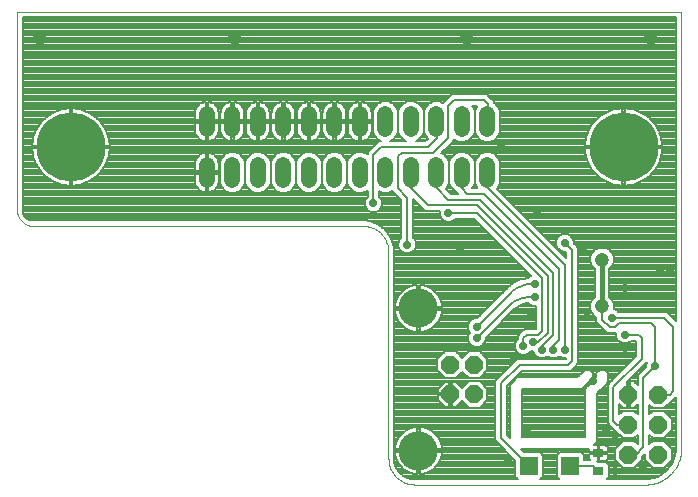
<source format=gtl>
G75*
%MOIN*%
%OFA0B0*%
%FSLAX24Y24*%
%IPPOS*%
%LPD*%
%AMOC8*
5,1,8,0,0,1.08239X$1,22.5*
%
%ADD10C,0.0039*%
%ADD11C,0.0520*%
%ADD12C,0.2300*%
%ADD13OC8,0.0600*%
%ADD14OC8,0.0574*%
%ADD15C,0.1306*%
%ADD16R,0.0591X0.0591*%
%ADD17R,0.0354X0.0276*%
%ADD18C,0.0278*%
%ADD19C,0.0079*%
%ADD20C,0.0475*%
%ADD21C,0.0298*%
%ADD22C,0.0160*%
D10*
X011639Y008800D02*
X011696Y008798D01*
X011753Y008793D01*
X011810Y008783D01*
X011865Y008770D01*
X011920Y008754D01*
X011974Y008733D01*
X012026Y008710D01*
X012077Y008683D01*
X012125Y008653D01*
X012172Y008619D01*
X012216Y008583D01*
X012258Y008544D01*
X012297Y008502D01*
X012333Y008458D01*
X012367Y008411D01*
X012397Y008363D01*
X012424Y008312D01*
X012447Y008260D01*
X012468Y008206D01*
X012484Y008151D01*
X012497Y008096D01*
X012507Y008039D01*
X012512Y007982D01*
X012514Y007925D01*
X012514Y001050D01*
X012516Y000993D01*
X012521Y000936D01*
X012531Y000879D01*
X012544Y000824D01*
X012560Y000769D01*
X012581Y000715D01*
X012604Y000663D01*
X012631Y000613D01*
X012661Y000564D01*
X012695Y000517D01*
X012731Y000473D01*
X012770Y000431D01*
X012812Y000392D01*
X012856Y000356D01*
X012903Y000322D01*
X012952Y000292D01*
X013002Y000265D01*
X013054Y000242D01*
X013108Y000221D01*
X013163Y000205D01*
X013218Y000192D01*
X013275Y000182D01*
X013332Y000177D01*
X013389Y000175D01*
X021014Y000175D01*
X022264Y001300D02*
X022264Y015925D01*
X000139Y015925D01*
X000139Y009300D01*
X000141Y009256D01*
X000147Y009213D01*
X000156Y009171D01*
X000169Y009129D01*
X000186Y009089D01*
X000206Y009050D01*
X000229Y009013D01*
X000256Y008979D01*
X000285Y008946D01*
X000318Y008917D01*
X000352Y008890D01*
X000389Y008867D01*
X000428Y008847D01*
X000468Y008830D01*
X000510Y008817D01*
X000552Y008808D01*
X000595Y008802D01*
X000639Y008800D01*
X011639Y008800D01*
X021015Y000176D02*
X021081Y000174D01*
X021148Y000176D01*
X021214Y000182D01*
X021280Y000192D01*
X021346Y000205D01*
X021410Y000222D01*
X021474Y000242D01*
X021536Y000266D01*
X021597Y000294D01*
X021656Y000324D01*
X021713Y000358D01*
X021768Y000396D01*
X021822Y000436D01*
X021872Y000479D01*
X021921Y000525D01*
X021966Y000574D01*
X022009Y000625D01*
X022049Y000678D01*
X022086Y000734D01*
X022120Y000792D01*
X022150Y000851D01*
X022177Y000912D01*
X022201Y000974D01*
X022221Y001038D01*
X022237Y001103D01*
X022250Y001168D01*
X022259Y001234D01*
X022264Y001301D01*
D11*
X015814Y010315D02*
X015814Y010835D01*
X014964Y010835D02*
X014964Y010315D01*
X014114Y010315D02*
X014114Y010835D01*
X013264Y010835D02*
X013264Y010315D01*
X012414Y010315D02*
X012414Y010835D01*
X011564Y010835D02*
X011564Y010315D01*
X010714Y010315D02*
X010714Y010835D01*
X009864Y010835D02*
X009864Y010315D01*
X009014Y010315D02*
X009014Y010835D01*
X008164Y010835D02*
X008164Y010315D01*
X007314Y010315D02*
X007314Y010835D01*
X006464Y010835D02*
X006464Y010315D01*
X006464Y012015D02*
X006464Y012535D01*
X007314Y012535D02*
X007314Y012015D01*
X008164Y012015D02*
X008164Y012535D01*
X009014Y012535D02*
X009014Y012015D01*
X009864Y012015D02*
X009864Y012535D01*
X010714Y012535D02*
X010714Y012015D01*
X011564Y012015D02*
X011564Y012535D01*
X012414Y012535D02*
X012414Y012015D01*
X013264Y012015D02*
X013264Y012535D01*
X014114Y012535D02*
X014114Y012015D01*
X014964Y012015D02*
X014964Y012535D01*
X015814Y012535D02*
X015814Y012015D01*
D12*
X020349Y011425D03*
X001929Y011425D03*
D13*
X020514Y003175D03*
X021514Y003175D03*
X021514Y002175D03*
X020514Y002175D03*
X020514Y001175D03*
X021514Y001175D03*
D14*
X015369Y003183D03*
X014581Y003183D03*
X014581Y004167D03*
X015369Y004167D03*
D15*
X013514Y006045D03*
X013514Y001305D03*
D16*
X017200Y000800D03*
X018578Y000800D03*
D17*
X019514Y000625D03*
X019514Y001225D03*
D18*
X020077Y001675D03*
X019764Y001925D03*
X020077Y000613D03*
X021014Y000738D03*
X019327Y003613D03*
X018389Y004675D03*
X018014Y004675D03*
X017639Y004675D03*
X017327Y004925D03*
X017014Y004800D03*
X016702Y004425D03*
X015452Y005050D03*
X015452Y005425D03*
X017264Y005800D03*
X017389Y006425D03*
X017389Y006863D03*
X018389Y008238D03*
X019014Y008050D03*
X019952Y008175D03*
X021577Y007300D03*
X021889Y007300D03*
X020389Y006738D03*
X019139Y005925D03*
X019952Y005738D03*
X020389Y005175D03*
X020389Y004738D03*
X021389Y004113D03*
X016514Y000925D03*
X014889Y008050D03*
X014514Y009238D03*
X013139Y008175D03*
X012014Y009550D03*
X016264Y011425D03*
X017452Y009238D03*
D19*
X017188Y008970D02*
X022085Y008970D01*
X022085Y009047D02*
X017111Y009047D01*
X017034Y009124D02*
X022085Y009124D01*
X022085Y009202D02*
X016956Y009202D01*
X016879Y009279D02*
X022085Y009279D01*
X022085Y009356D02*
X016802Y009356D01*
X016725Y009433D02*
X022085Y009433D01*
X022085Y009510D02*
X016647Y009510D01*
X016570Y009588D02*
X022085Y009588D01*
X022085Y009665D02*
X016493Y009665D01*
X016416Y009742D02*
X022085Y009742D01*
X022085Y009819D02*
X016338Y009819D01*
X016261Y009897D02*
X022085Y009897D01*
X022085Y009974D02*
X016184Y009974D01*
X016125Y010033D02*
X016170Y010077D01*
X016234Y010232D01*
X016234Y010918D01*
X016170Y011073D01*
X016052Y011191D01*
X015898Y011254D01*
X015731Y011254D01*
X015577Y011191D01*
X015459Y011073D01*
X015395Y010918D01*
X015395Y010232D01*
X015459Y010077D01*
X015475Y010061D01*
X015304Y010061D01*
X015320Y010077D01*
X015384Y010232D01*
X015384Y010918D01*
X015320Y011073D01*
X015202Y011191D01*
X015048Y011254D01*
X014881Y011254D01*
X014727Y011191D01*
X014609Y011073D01*
X014545Y010918D01*
X014545Y010232D01*
X014609Y010077D01*
X014727Y009959D01*
X014786Y009935D01*
X014847Y009874D01*
X014597Y009874D01*
X014431Y010039D01*
X014470Y010077D01*
X014534Y010232D01*
X014534Y010918D01*
X014470Y011073D01*
X014352Y011191D01*
X014279Y011221D01*
X014597Y011539D01*
X014713Y011655D01*
X014713Y011673D01*
X014727Y011659D01*
X014881Y011596D01*
X015048Y011596D01*
X015202Y011659D01*
X015320Y011777D01*
X015384Y011932D01*
X015384Y012618D01*
X015320Y012773D01*
X015304Y012789D01*
X015475Y012789D01*
X015459Y012773D01*
X015395Y012618D01*
X015395Y011932D01*
X015459Y011777D01*
X015577Y011659D01*
X015731Y011596D01*
X015898Y011596D01*
X016052Y011659D01*
X016170Y011777D01*
X016234Y011932D01*
X016234Y012618D01*
X016170Y012773D01*
X016052Y012891D01*
X016026Y012901D01*
X016026Y012945D01*
X015909Y013061D01*
X015784Y013186D01*
X014620Y013186D01*
X014503Y013070D01*
X014332Y012899D01*
X014198Y012954D01*
X014031Y012954D01*
X013877Y012891D01*
X013759Y012773D01*
X013695Y012618D01*
X013695Y011932D01*
X013759Y011777D01*
X013829Y011708D01*
X013745Y011624D01*
X013416Y011624D01*
X013502Y011659D01*
X013620Y011777D01*
X013684Y011932D01*
X013684Y012618D01*
X013620Y012773D01*
X013502Y012891D01*
X013348Y012954D01*
X013181Y012954D01*
X013027Y012891D01*
X012909Y012773D01*
X012845Y012618D01*
X012845Y011932D01*
X012909Y011777D01*
X013027Y011659D01*
X013113Y011624D01*
X012566Y011624D01*
X012652Y011659D01*
X012770Y011777D01*
X012834Y011932D01*
X012834Y012618D01*
X012770Y012773D01*
X012652Y012891D01*
X012498Y012954D01*
X012331Y012954D01*
X012177Y012891D01*
X012059Y012773D01*
X011995Y012618D01*
X011995Y011932D01*
X012059Y011777D01*
X012177Y011659D01*
X012263Y011624D01*
X012182Y011624D01*
X012066Y011507D01*
X011816Y011257D01*
X011816Y011177D01*
X011802Y011191D01*
X011648Y011254D01*
X011481Y011254D01*
X011327Y011191D01*
X011209Y011073D01*
X011145Y010918D01*
X011145Y010232D01*
X011209Y010077D01*
X011327Y009959D01*
X011481Y009896D01*
X011648Y009896D01*
X011802Y009959D01*
X011816Y009973D01*
X011816Y009773D01*
X011761Y009719D01*
X011716Y009609D01*
X011716Y009491D01*
X011761Y009381D01*
X011845Y009297D01*
X011955Y009252D01*
X012074Y009252D01*
X012183Y009297D01*
X012267Y009381D01*
X012313Y009491D01*
X012313Y009609D01*
X012267Y009719D01*
X012213Y009773D01*
X012213Y009944D01*
X012331Y009896D01*
X012498Y009896D01*
X012641Y009955D01*
X012745Y009851D01*
X012941Y009655D01*
X012941Y008398D01*
X012886Y008344D01*
X012841Y008234D01*
X012841Y008116D01*
X012886Y008006D01*
X012970Y007922D01*
X013080Y007877D01*
X013199Y007877D01*
X013308Y007922D01*
X013392Y008006D01*
X013438Y008116D01*
X013438Y008234D01*
X013392Y008344D01*
X013338Y008398D01*
X013338Y009695D01*
X013745Y009289D01*
X014216Y009289D01*
X014216Y009178D01*
X014261Y009068D01*
X014345Y008985D01*
X014455Y008939D01*
X014574Y008939D01*
X014683Y008985D01*
X014738Y009039D01*
X015370Y009039D01*
X017272Y007137D01*
X017220Y007115D01*
X017166Y007061D01*
X017146Y007061D01*
X016841Y006980D01*
X016568Y006822D01*
X016514Y006768D01*
X016455Y006709D01*
X016398Y006652D01*
X015469Y005723D01*
X015393Y005723D01*
X015283Y005678D01*
X015199Y005594D01*
X015153Y005484D01*
X015153Y005366D01*
X015199Y005256D01*
X015217Y005238D01*
X015199Y005219D01*
X015153Y005109D01*
X015153Y004991D01*
X015199Y004881D01*
X015283Y004797D01*
X015393Y004752D01*
X015511Y004752D01*
X015621Y004797D01*
X015705Y004881D01*
X015750Y004991D01*
X015750Y005067D01*
X016675Y005992D01*
X016753Y006061D01*
X016934Y006165D01*
X017136Y006219D01*
X017171Y006222D01*
X017220Y006172D01*
X017330Y006127D01*
X017441Y006127D01*
X017441Y005382D01*
X017432Y005374D01*
X017057Y005374D01*
X016941Y005257D01*
X016816Y005132D01*
X016816Y005023D01*
X016761Y004969D01*
X016716Y004859D01*
X016716Y004741D01*
X016761Y004631D01*
X016845Y004547D01*
X016955Y004502D01*
X017074Y004502D01*
X017183Y004547D01*
X017264Y004628D01*
X017268Y004627D01*
X017341Y004627D01*
X017341Y004616D01*
X017386Y004506D01*
X017470Y004422D01*
X017580Y004377D01*
X017699Y004377D01*
X017808Y004422D01*
X017827Y004440D01*
X017845Y004422D01*
X017955Y004377D01*
X018074Y004377D01*
X018183Y004422D01*
X018202Y004440D01*
X018220Y004422D01*
X018330Y004377D01*
X018435Y004377D01*
X018432Y004374D01*
X016807Y004374D01*
X016691Y004257D01*
X016066Y003632D01*
X016066Y001654D01*
X016182Y001537D01*
X016746Y000974D01*
X016746Y000439D01*
X016830Y000354D01*
X013389Y000354D01*
X013280Y000363D01*
X013073Y000430D01*
X012897Y000558D01*
X012769Y000734D01*
X012702Y000941D01*
X012693Y001050D01*
X012693Y008092D01*
X012590Y008409D01*
X012394Y008680D01*
X012124Y008876D01*
X012124Y008876D01*
X011806Y008979D01*
X000639Y008979D01*
X000577Y008985D01*
X000461Y009033D01*
X000373Y009122D01*
X000325Y009237D01*
X000318Y009300D01*
X000318Y015746D01*
X022085Y015746D01*
X022085Y005635D01*
X021784Y005936D01*
X020175Y005936D01*
X020121Y005990D01*
X020033Y006027D01*
X020036Y006034D01*
X020036Y006191D01*
X019976Y006337D01*
X019879Y006434D01*
X019879Y007353D01*
X019976Y007450D01*
X020036Y007596D01*
X020036Y007754D01*
X019976Y007900D01*
X019864Y008011D01*
X019718Y008072D01*
X019560Y008072D01*
X019415Y008011D01*
X019303Y007900D01*
X019243Y007754D01*
X019243Y007596D01*
X019303Y007450D01*
X019400Y007353D01*
X019400Y006434D01*
X019303Y006337D01*
X019243Y006191D01*
X019243Y006034D01*
X019303Y005888D01*
X019415Y005776D01*
X019441Y005765D01*
X019441Y005593D01*
X019557Y005476D01*
X019807Y005226D01*
X020091Y005226D01*
X020091Y005116D01*
X020136Y005006D01*
X020220Y004922D01*
X020330Y004877D01*
X020449Y004877D01*
X020558Y004922D01*
X020607Y004970D01*
X020753Y004970D01*
X020753Y004445D01*
X019932Y003624D01*
X019816Y003507D01*
X019816Y002218D01*
X019941Y002093D01*
X020057Y001976D01*
X020063Y001976D01*
X020324Y001716D01*
X020705Y001716D01*
X020816Y001827D01*
X020816Y001523D01*
X020705Y001634D01*
X020324Y001634D01*
X020055Y001365D01*
X020055Y000985D01*
X020324Y000716D01*
X020705Y000716D01*
X020974Y000985D01*
X020974Y001103D01*
X021055Y001185D01*
X021055Y000985D01*
X021324Y000716D01*
X021705Y000716D01*
X021974Y000985D01*
X021974Y001365D01*
X021705Y001634D01*
X021324Y001634D01*
X021213Y001523D01*
X021213Y001827D01*
X021324Y001716D01*
X021705Y001716D01*
X021974Y001985D01*
X021974Y002365D01*
X021705Y002634D01*
X021324Y002634D01*
X021213Y002523D01*
X021213Y002827D01*
X021324Y002716D01*
X021705Y002716D01*
X021965Y002976D01*
X021972Y002976D01*
X022085Y003090D01*
X022085Y001308D01*
X022065Y001152D01*
X021952Y000857D01*
X021753Y000612D01*
X021488Y000440D01*
X021182Y000358D01*
X021033Y000354D01*
X021019Y000354D01*
X020950Y000358D01*
X020946Y000354D01*
X019784Y000354D01*
X019851Y000421D01*
X019851Y000829D01*
X019758Y000922D01*
X019498Y000922D01*
X019473Y000948D01*
X019485Y000948D01*
X019485Y001195D01*
X019544Y001195D01*
X019544Y000948D01*
X019710Y000948D01*
X019745Y000957D01*
X019777Y000976D01*
X019803Y001002D01*
X019821Y001033D01*
X019831Y001069D01*
X019831Y001195D01*
X019544Y001195D01*
X019544Y001255D01*
X019485Y001255D01*
X019485Y001502D01*
X019373Y001502D01*
X019463Y001593D01*
X019463Y003218D01*
X019722Y003476D01*
X019838Y003593D01*
X019838Y003882D01*
X019722Y003999D01*
X019557Y003999D01*
X019441Y003882D01*
X019441Y003757D01*
X019182Y003499D01*
X019066Y003382D01*
X019066Y001757D01*
X019057Y001749D01*
X016972Y001749D01*
X016963Y001757D01*
X016963Y003343D01*
X016972Y003351D01*
X018972Y003351D01*
X019338Y003718D01*
X019338Y003882D01*
X019222Y003999D01*
X019057Y003999D01*
X018807Y003749D01*
X016807Y003749D01*
X016691Y003632D01*
X016566Y003507D01*
X016566Y001716D01*
X016463Y001818D01*
X016463Y003468D01*
X016972Y003976D01*
X018597Y003976D01*
X018722Y004101D01*
X018838Y004218D01*
X018838Y008070D01*
X018722Y008186D01*
X018688Y008220D01*
X018688Y008297D01*
X018642Y008407D01*
X018558Y008490D01*
X018449Y008536D01*
X018330Y008536D01*
X018220Y008490D01*
X018136Y008407D01*
X018091Y008297D01*
X018091Y008178D01*
X018136Y008068D01*
X018220Y007985D01*
X018330Y007939D01*
X018407Y007939D01*
X018441Y007905D01*
X018441Y007717D01*
X016125Y010033D01*
X016144Y010051D02*
X022085Y010051D01*
X022085Y010128D02*
X016191Y010128D01*
X016223Y010206D02*
X019927Y010206D01*
X019914Y010210D02*
X020036Y010173D01*
X020160Y010148D01*
X020286Y010136D01*
X020310Y010136D01*
X020310Y011386D01*
X019060Y011386D01*
X019060Y011362D01*
X019072Y011236D01*
X019097Y011111D01*
X019134Y010990D01*
X019182Y010873D01*
X019242Y010761D01*
X019312Y010656D01*
X019393Y010558D01*
X019482Y010468D01*
X019580Y010388D01*
X019686Y010318D01*
X019797Y010258D01*
X019914Y010210D01*
X019751Y010283D02*
X016234Y010283D01*
X016234Y010360D02*
X019622Y010360D01*
X019520Y010437D02*
X016234Y010437D01*
X016234Y010515D02*
X019436Y010515D01*
X019365Y010592D02*
X016234Y010592D01*
X016234Y010669D02*
X019304Y010669D01*
X019252Y010746D02*
X016234Y010746D01*
X016234Y010824D02*
X019209Y010824D01*
X019171Y010901D02*
X016234Y010901D01*
X016209Y010978D02*
X019139Y010978D01*
X019114Y011055D02*
X016177Y011055D01*
X016110Y011133D02*
X019093Y011133D01*
X019078Y011210D02*
X016005Y011210D01*
X015623Y011210D02*
X015155Y011210D01*
X015260Y011133D02*
X015519Y011133D01*
X015452Y011055D02*
X015327Y011055D01*
X015359Y010978D02*
X015420Y010978D01*
X015395Y010901D02*
X015384Y010901D01*
X015384Y010824D02*
X015395Y010824D01*
X015384Y010746D02*
X015395Y010746D01*
X015384Y010669D02*
X015395Y010669D01*
X015384Y010592D02*
X015395Y010592D01*
X015384Y010515D02*
X015395Y010515D01*
X015384Y010437D02*
X015395Y010437D01*
X015384Y010360D02*
X015395Y010360D01*
X015384Y010283D02*
X015395Y010283D01*
X015406Y010206D02*
X015373Y010206D01*
X015341Y010128D02*
X015438Y010128D01*
X015702Y009863D02*
X015139Y009863D01*
X014952Y010050D01*
X014952Y010563D01*
X014964Y010575D01*
X014545Y010592D02*
X014534Y010592D01*
X014534Y010669D02*
X014545Y010669D01*
X014534Y010746D02*
X014545Y010746D01*
X014534Y010824D02*
X014545Y010824D01*
X014534Y010901D02*
X014545Y010901D01*
X014570Y010978D02*
X014509Y010978D01*
X014477Y011055D02*
X014602Y011055D01*
X014669Y011133D02*
X014410Y011133D01*
X014305Y011210D02*
X014773Y011210D01*
X014499Y011442D02*
X020310Y011442D01*
X020310Y011464D02*
X020310Y011386D01*
X020389Y011386D01*
X020389Y011464D01*
X021639Y011464D01*
X021639Y011488D01*
X021626Y011614D01*
X021602Y011739D01*
X021565Y011860D01*
X021516Y011977D01*
X021457Y012089D01*
X021386Y012194D01*
X021306Y012292D01*
X021216Y012382D01*
X021118Y012462D01*
X021013Y012532D01*
X020901Y012592D01*
X020784Y012640D01*
X020663Y012677D01*
X020539Y012702D01*
X020413Y012714D01*
X020389Y012714D01*
X020389Y011464D01*
X020310Y011464D01*
X019060Y011464D01*
X019060Y011488D01*
X019072Y011614D01*
X019097Y011739D01*
X019134Y011860D01*
X019182Y011977D01*
X019242Y012089D01*
X019312Y012194D01*
X019393Y012292D01*
X019482Y012382D01*
X019580Y012462D01*
X019686Y012532D01*
X019797Y012592D01*
X019914Y012640D01*
X020036Y012677D01*
X020160Y012702D01*
X020286Y012714D01*
X020310Y012714D01*
X020310Y011464D01*
X020310Y011519D02*
X020389Y011519D01*
X020389Y011596D02*
X020310Y011596D01*
X020310Y011673D02*
X020389Y011673D01*
X020389Y011750D02*
X020310Y011750D01*
X020310Y011828D02*
X020389Y011828D01*
X020389Y011905D02*
X020310Y011905D01*
X020310Y011982D02*
X020389Y011982D01*
X020389Y012059D02*
X020310Y012059D01*
X020310Y012137D02*
X020389Y012137D01*
X020389Y012214D02*
X020310Y012214D01*
X020310Y012291D02*
X020389Y012291D01*
X020389Y012368D02*
X020310Y012368D01*
X020310Y012446D02*
X020389Y012446D01*
X020389Y012523D02*
X020310Y012523D01*
X020310Y012600D02*
X020389Y012600D01*
X020389Y012677D02*
X020310Y012677D01*
X020036Y012677D02*
X016209Y012677D01*
X016234Y012600D02*
X019817Y012600D01*
X019672Y012523D02*
X016234Y012523D01*
X016234Y012446D02*
X019561Y012446D01*
X019469Y012368D02*
X016234Y012368D01*
X016234Y012291D02*
X019392Y012291D01*
X019329Y012214D02*
X016234Y012214D01*
X016234Y012137D02*
X019274Y012137D01*
X019226Y012059D02*
X016234Y012059D01*
X016234Y011982D02*
X019185Y011982D01*
X019153Y011905D02*
X016223Y011905D01*
X016191Y011828D02*
X019124Y011828D01*
X019101Y011750D02*
X016143Y011750D01*
X016066Y011673D02*
X019084Y011673D01*
X019071Y011596D02*
X015899Y011596D01*
X015730Y011596D02*
X015049Y011596D01*
X014880Y011596D02*
X014654Y011596D01*
X014577Y011519D02*
X019063Y011519D01*
X019060Y011364D02*
X014422Y011364D01*
X014345Y011287D02*
X019067Y011287D01*
X020310Y011287D02*
X020389Y011287D01*
X020389Y011210D02*
X020310Y011210D01*
X020310Y011133D02*
X020389Y011133D01*
X020389Y011055D02*
X020310Y011055D01*
X020310Y010978D02*
X020389Y010978D01*
X020389Y010901D02*
X020310Y010901D01*
X020310Y010824D02*
X020389Y010824D01*
X020389Y010746D02*
X020310Y010746D01*
X020310Y010669D02*
X020389Y010669D01*
X020389Y010592D02*
X020310Y010592D01*
X020310Y010515D02*
X020389Y010515D01*
X020389Y010437D02*
X020310Y010437D01*
X020310Y010360D02*
X020389Y010360D01*
X020389Y010283D02*
X020310Y010283D01*
X020310Y010206D02*
X020389Y010206D01*
X020389Y010136D02*
X020413Y010136D01*
X020539Y010148D01*
X020663Y010173D01*
X020784Y010210D01*
X020901Y010258D01*
X021013Y010318D01*
X021118Y010388D01*
X021216Y010468D01*
X021306Y010558D01*
X021386Y010656D01*
X021457Y010761D01*
X021516Y010873D01*
X021565Y010990D01*
X021602Y011111D01*
X021626Y011236D01*
X021639Y011362D01*
X021639Y011386D01*
X020389Y011386D01*
X020389Y010136D01*
X020771Y010206D02*
X022085Y010206D01*
X022085Y010283D02*
X020948Y010283D01*
X021076Y010360D02*
X022085Y010360D01*
X022085Y010437D02*
X021178Y010437D01*
X021262Y010515D02*
X022085Y010515D01*
X022085Y010592D02*
X021334Y010592D01*
X021395Y010669D02*
X022085Y010669D01*
X022085Y010746D02*
X021447Y010746D01*
X021490Y010824D02*
X022085Y010824D01*
X022085Y010901D02*
X021528Y010901D01*
X021560Y010978D02*
X022085Y010978D01*
X022085Y011055D02*
X021585Y011055D01*
X021606Y011133D02*
X022085Y011133D01*
X022085Y011210D02*
X021621Y011210D01*
X021631Y011287D02*
X022085Y011287D01*
X022085Y011364D02*
X021639Y011364D01*
X021636Y011519D02*
X022085Y011519D01*
X022085Y011596D02*
X021628Y011596D01*
X021615Y011673D02*
X022085Y011673D01*
X022085Y011750D02*
X021598Y011750D01*
X021575Y011828D02*
X022085Y011828D01*
X022085Y011905D02*
X021546Y011905D01*
X021514Y011982D02*
X022085Y011982D01*
X022085Y012059D02*
X021472Y012059D01*
X021425Y012137D02*
X022085Y012137D01*
X022085Y012214D02*
X021370Y012214D01*
X021307Y012291D02*
X022085Y012291D01*
X022085Y012368D02*
X021229Y012368D01*
X021138Y012446D02*
X022085Y012446D01*
X022085Y012523D02*
X021027Y012523D01*
X020882Y012600D02*
X022085Y012600D01*
X022085Y012677D02*
X020662Y012677D01*
X022085Y012755D02*
X016177Y012755D01*
X016111Y012832D02*
X022085Y012832D01*
X022085Y012909D02*
X016026Y012909D01*
X015984Y012986D02*
X022085Y012986D01*
X022085Y013064D02*
X015907Y013064D01*
X015830Y013141D02*
X022085Y013141D01*
X022085Y013218D02*
X000318Y013218D01*
X000318Y013141D02*
X014574Y013141D01*
X014497Y013064D02*
X000318Y013064D01*
X000318Y012986D02*
X014420Y012986D01*
X014342Y012909D02*
X014307Y012909D01*
X014514Y012800D02*
X014702Y012988D01*
X015702Y012988D01*
X015827Y012863D01*
X015827Y012288D01*
X015814Y012275D01*
X015395Y012291D02*
X015384Y012291D01*
X015384Y012214D02*
X015395Y012214D01*
X015384Y012137D02*
X015395Y012137D01*
X015384Y012059D02*
X015395Y012059D01*
X015384Y011982D02*
X015395Y011982D01*
X015406Y011905D02*
X015373Y011905D01*
X015341Y011828D02*
X015438Y011828D01*
X015486Y011750D02*
X015293Y011750D01*
X015216Y011673D02*
X015563Y011673D01*
X015395Y012368D02*
X015384Y012368D01*
X015384Y012446D02*
X015395Y012446D01*
X015384Y012523D02*
X015395Y012523D01*
X015384Y012600D02*
X015395Y012600D01*
X015419Y012677D02*
X015359Y012677D01*
X015327Y012755D02*
X015451Y012755D01*
X014514Y012800D02*
X014514Y011738D01*
X014014Y011238D01*
X012952Y011238D01*
X012827Y011113D01*
X012827Y010050D01*
X013139Y009738D01*
X013139Y008175D01*
X012927Y007966D02*
X012693Y007966D01*
X012693Y008043D02*
X012871Y008043D01*
X012841Y008120D02*
X012684Y008120D01*
X012659Y008197D02*
X012841Y008197D01*
X012858Y008275D02*
X012634Y008275D01*
X012609Y008352D02*
X012894Y008352D01*
X012941Y008429D02*
X012576Y008429D01*
X012590Y008409D02*
X012590Y008409D01*
X012520Y008506D02*
X012941Y008506D01*
X012941Y008584D02*
X012464Y008584D01*
X012408Y008661D02*
X012941Y008661D01*
X012941Y008738D02*
X012314Y008738D01*
X012394Y008680D02*
X012394Y008680D01*
X012394Y008680D01*
X012207Y008815D02*
X012941Y008815D01*
X012941Y008893D02*
X012072Y008893D01*
X011835Y008970D02*
X012941Y008970D01*
X012941Y009047D02*
X000447Y009047D01*
X000371Y009124D02*
X012941Y009124D01*
X012941Y009202D02*
X000339Y009202D01*
X000321Y009279D02*
X011889Y009279D01*
X011786Y009356D02*
X000318Y009356D01*
X000318Y009433D02*
X011740Y009433D01*
X011716Y009510D02*
X000318Y009510D01*
X000318Y009588D02*
X011716Y009588D01*
X011739Y009665D02*
X000318Y009665D01*
X000318Y009742D02*
X011785Y009742D01*
X011816Y009819D02*
X000318Y009819D01*
X000318Y009897D02*
X007228Y009897D01*
X007231Y009896D02*
X007398Y009896D01*
X007552Y009959D01*
X007670Y010077D01*
X007734Y010232D01*
X007734Y010918D01*
X007670Y011073D01*
X007552Y011191D01*
X007398Y011254D01*
X007231Y011254D01*
X007077Y011191D01*
X006959Y011073D01*
X006895Y010918D01*
X006895Y010232D01*
X006959Y010077D01*
X007077Y009959D01*
X007231Y009896D01*
X007400Y009897D02*
X008078Y009897D01*
X008081Y009896D02*
X008248Y009896D01*
X008402Y009959D01*
X008520Y010077D01*
X008584Y010232D01*
X008584Y010918D01*
X008520Y011073D01*
X008402Y011191D01*
X008248Y011254D01*
X008081Y011254D01*
X007927Y011191D01*
X007809Y011073D01*
X007745Y010918D01*
X007745Y010232D01*
X007809Y010077D01*
X007927Y009959D01*
X008081Y009896D01*
X008250Y009897D02*
X008928Y009897D01*
X008931Y009896D02*
X009098Y009896D01*
X009252Y009959D01*
X009370Y010077D01*
X009434Y010232D01*
X009434Y010918D01*
X009370Y011073D01*
X009252Y011191D01*
X009098Y011254D01*
X008931Y011254D01*
X008777Y011191D01*
X008659Y011073D01*
X008595Y010918D01*
X008595Y010232D01*
X008659Y010077D01*
X008777Y009959D01*
X008931Y009896D01*
X009100Y009897D02*
X009778Y009897D01*
X009781Y009896D02*
X009948Y009896D01*
X010102Y009959D01*
X010220Y010077D01*
X010284Y010232D01*
X010284Y010918D01*
X010220Y011073D01*
X010102Y011191D01*
X009948Y011254D01*
X009781Y011254D01*
X009627Y011191D01*
X009509Y011073D01*
X009445Y010918D01*
X009445Y010232D01*
X009509Y010077D01*
X009627Y009959D01*
X009781Y009896D01*
X009950Y009897D02*
X010628Y009897D01*
X010631Y009896D02*
X010798Y009896D01*
X010952Y009959D01*
X011070Y010077D01*
X011134Y010232D01*
X011134Y010918D01*
X011070Y011073D01*
X010952Y011191D01*
X010798Y011254D01*
X010631Y011254D01*
X010477Y011191D01*
X010359Y011073D01*
X010295Y010918D01*
X010295Y010232D01*
X010359Y010077D01*
X010477Y009959D01*
X010631Y009896D01*
X010800Y009897D02*
X011478Y009897D01*
X011650Y009897D02*
X011816Y009897D01*
X012213Y009897D02*
X012328Y009897D01*
X012213Y009819D02*
X012776Y009819D01*
X012745Y009851D02*
X012745Y009851D01*
X012699Y009897D02*
X012500Y009897D01*
X012244Y009742D02*
X012854Y009742D01*
X012931Y009665D02*
X012290Y009665D01*
X012313Y009588D02*
X012941Y009588D01*
X012941Y009510D02*
X012313Y009510D01*
X012289Y009433D02*
X012941Y009433D01*
X012941Y009356D02*
X012242Y009356D01*
X012139Y009279D02*
X012941Y009279D01*
X013338Y009279D02*
X014216Y009279D01*
X014216Y009202D02*
X013338Y009202D01*
X013338Y009124D02*
X014238Y009124D01*
X014283Y009047D02*
X013338Y009047D01*
X013338Y008970D02*
X014381Y008970D01*
X014648Y008970D02*
X015439Y008970D01*
X015516Y008893D02*
X013338Y008893D01*
X013338Y008815D02*
X015593Y008815D01*
X015670Y008738D02*
X013338Y008738D01*
X013338Y008661D02*
X015747Y008661D01*
X015825Y008584D02*
X013338Y008584D01*
X013338Y008506D02*
X015902Y008506D01*
X015979Y008429D02*
X013338Y008429D01*
X013385Y008352D02*
X016056Y008352D01*
X016134Y008275D02*
X013421Y008275D01*
X013438Y008197D02*
X016211Y008197D01*
X016288Y008120D02*
X013438Y008120D01*
X013408Y008043D02*
X016365Y008043D01*
X016443Y007966D02*
X013352Y007966D01*
X013227Y007888D02*
X016520Y007888D01*
X016597Y007811D02*
X012693Y007811D01*
X012693Y007734D02*
X016674Y007734D01*
X016752Y007657D02*
X012693Y007657D01*
X012693Y007579D02*
X016829Y007579D01*
X016906Y007502D02*
X012693Y007502D01*
X012693Y007425D02*
X016983Y007425D01*
X017061Y007348D02*
X012693Y007348D01*
X012693Y007271D02*
X017138Y007271D01*
X017215Y007193D02*
X012693Y007193D01*
X012693Y007116D02*
X017222Y007116D01*
X017062Y007039D02*
X012693Y007039D01*
X012693Y006962D02*
X016810Y006962D01*
X016841Y006980D02*
X016841Y006980D01*
X016676Y006884D02*
X012693Y006884D01*
X012693Y006807D02*
X013298Y006807D01*
X013259Y006797D02*
X013360Y006824D01*
X013462Y006837D01*
X013475Y006837D01*
X013475Y006084D01*
X013475Y006006D01*
X012722Y006006D01*
X012722Y005993D01*
X012736Y005890D01*
X012763Y005790D01*
X012802Y005694D01*
X012854Y005604D01*
X012918Y005522D01*
X012991Y005448D01*
X013073Y005385D01*
X013163Y005333D01*
X013259Y005293D01*
X013360Y005267D01*
X013462Y005253D01*
X013475Y005253D01*
X013475Y006006D01*
X013554Y006006D01*
X013554Y006084D01*
X014306Y006084D01*
X014306Y006097D01*
X014293Y006200D01*
X014266Y006300D01*
X014226Y006396D01*
X014174Y006486D01*
X014111Y006568D01*
X014038Y006642D01*
X013955Y006705D01*
X013865Y006757D01*
X013770Y006797D01*
X013669Y006824D01*
X013566Y006837D01*
X013554Y006837D01*
X013554Y006084D01*
X013475Y006084D01*
X012722Y006084D01*
X012722Y006097D01*
X012736Y006200D01*
X012763Y006300D01*
X012802Y006396D01*
X012854Y006486D01*
X012918Y006568D01*
X012991Y006642D01*
X013073Y006705D01*
X013163Y006757D01*
X013259Y006797D01*
X013116Y006730D02*
X012693Y006730D01*
X012693Y006653D02*
X013005Y006653D01*
X012924Y006575D02*
X012693Y006575D01*
X012693Y006498D02*
X012864Y006498D01*
X012817Y006421D02*
X012693Y006421D01*
X012693Y006344D02*
X012781Y006344D01*
X012754Y006266D02*
X012693Y006266D01*
X012693Y006189D02*
X012734Y006189D01*
X012724Y006112D02*
X012693Y006112D01*
X012693Y006035D02*
X013475Y006035D01*
X013475Y006112D02*
X013554Y006112D01*
X013554Y006189D02*
X013475Y006189D01*
X013475Y006266D02*
X013554Y006266D01*
X013554Y006344D02*
X013475Y006344D01*
X013475Y006421D02*
X013554Y006421D01*
X013554Y006498D02*
X013475Y006498D01*
X013475Y006575D02*
X013554Y006575D01*
X013554Y006653D02*
X013475Y006653D01*
X013475Y006730D02*
X013554Y006730D01*
X013554Y006807D02*
X013475Y006807D01*
X013731Y006807D02*
X016553Y006807D01*
X016568Y006822D02*
X016568Y006822D01*
X016476Y006730D02*
X013913Y006730D01*
X014024Y006653D02*
X016398Y006653D01*
X016321Y006575D02*
X014104Y006575D01*
X014165Y006498D02*
X016244Y006498D01*
X016167Y006421D02*
X014212Y006421D01*
X014248Y006344D02*
X016089Y006344D01*
X016012Y006266D02*
X014275Y006266D01*
X014294Y006189D02*
X015935Y006189D01*
X015858Y006112D02*
X014305Y006112D01*
X014306Y006006D02*
X013554Y006006D01*
X013554Y005253D01*
X013566Y005253D01*
X013669Y005267D01*
X013770Y005293D01*
X013865Y005333D01*
X013955Y005385D01*
X014038Y005448D01*
X014111Y005522D01*
X014174Y005604D01*
X014226Y005694D01*
X014266Y005790D01*
X014293Y005890D01*
X014306Y005993D01*
X014306Y006006D01*
X014302Y005957D02*
X015703Y005957D01*
X015626Y005880D02*
X014290Y005880D01*
X014270Y005803D02*
X015549Y005803D01*
X015472Y005726D02*
X014239Y005726D01*
X014200Y005648D02*
X015253Y005648D01*
X015189Y005571D02*
X014149Y005571D01*
X014084Y005494D02*
X015157Y005494D01*
X015153Y005417D02*
X013997Y005417D01*
X013877Y005340D02*
X015164Y005340D01*
X015196Y005262D02*
X013637Y005262D01*
X013554Y005262D02*
X013475Y005262D01*
X013475Y005340D02*
X013554Y005340D01*
X013554Y005417D02*
X013475Y005417D01*
X013475Y005494D02*
X013554Y005494D01*
X013554Y005571D02*
X013475Y005571D01*
X013475Y005648D02*
X013554Y005648D01*
X013554Y005726D02*
X013475Y005726D01*
X013475Y005803D02*
X013554Y005803D01*
X013554Y005880D02*
X013475Y005880D01*
X013475Y005957D02*
X013554Y005957D01*
X013554Y006035D02*
X015780Y006035D01*
X016254Y005571D02*
X017441Y005571D01*
X017441Y005494D02*
X016177Y005494D01*
X016100Y005417D02*
X017441Y005417D01*
X017241Y006425D02*
X017181Y006423D01*
X017120Y006418D01*
X017061Y006409D01*
X017002Y006396D01*
X016943Y006380D01*
X016886Y006360D01*
X016831Y006337D01*
X016776Y006310D01*
X016724Y006281D01*
X016673Y006248D01*
X016624Y006212D01*
X016578Y006174D01*
X016534Y006132D01*
X015452Y005050D01*
X015735Y004953D02*
X016755Y004953D01*
X016723Y004876D02*
X015700Y004876D01*
X015623Y004799D02*
X016716Y004799D01*
X016724Y004722D02*
X012693Y004722D01*
X012693Y004799D02*
X015281Y004799D01*
X015204Y004876D02*
X012693Y004876D01*
X012693Y004953D02*
X015169Y004953D01*
X015153Y005031D02*
X012693Y005031D01*
X012693Y005108D02*
X015153Y005108D01*
X015185Y005185D02*
X012693Y005185D01*
X012693Y005262D02*
X013392Y005262D01*
X013152Y005340D02*
X012693Y005340D01*
X012693Y005417D02*
X013032Y005417D01*
X012945Y005494D02*
X012693Y005494D01*
X012693Y005571D02*
X012880Y005571D01*
X012829Y005648D02*
X012693Y005648D01*
X012693Y005726D02*
X012789Y005726D01*
X012759Y005803D02*
X012693Y005803D01*
X012693Y005880D02*
X012738Y005880D01*
X012727Y005957D02*
X012693Y005957D01*
X012693Y004644D02*
X016756Y004644D01*
X016825Y004567D02*
X015600Y004567D01*
X015554Y004614D02*
X015184Y004614D01*
X014975Y004405D01*
X014766Y004614D01*
X014396Y004614D01*
X014135Y004352D01*
X014135Y003982D01*
X014396Y003721D01*
X014766Y003721D01*
X014975Y003930D01*
X015184Y003721D01*
X015554Y003721D01*
X015815Y003982D01*
X015815Y004352D01*
X015554Y004614D01*
X015677Y004490D02*
X017402Y004490D01*
X017361Y004567D02*
X017204Y004567D01*
X017014Y004800D02*
X017014Y005050D01*
X017139Y005175D01*
X017514Y005175D01*
X017639Y005300D01*
X017639Y007050D01*
X015452Y009238D01*
X014514Y009238D01*
X014514Y009675D02*
X014139Y010050D01*
X014139Y010550D01*
X014114Y010575D01*
X014534Y010515D02*
X014545Y010515D01*
X014534Y010437D02*
X014545Y010437D01*
X014534Y010360D02*
X014545Y010360D01*
X014534Y010283D02*
X014545Y010283D01*
X014556Y010206D02*
X014523Y010206D01*
X014491Y010128D02*
X014588Y010128D01*
X014635Y010051D02*
X014444Y010051D01*
X014496Y009974D02*
X014712Y009974D01*
X014824Y009897D02*
X014574Y009897D01*
X014514Y009675D02*
X015577Y009675D01*
X018014Y007238D01*
X018014Y005175D01*
X017639Y004800D01*
X017639Y004675D01*
X017514Y004925D02*
X017327Y004925D01*
X017514Y004925D02*
X017827Y005238D01*
X017827Y007113D01*
X015452Y009488D01*
X013827Y009488D01*
X013264Y010050D01*
X013264Y010575D01*
X013827Y011425D02*
X012264Y011425D01*
X012014Y011175D01*
X012014Y009550D01*
X011312Y009974D02*
X010966Y009974D01*
X011044Y010051D02*
X011235Y010051D01*
X011188Y010128D02*
X011091Y010128D01*
X011123Y010206D02*
X011156Y010206D01*
X011145Y010283D02*
X011134Y010283D01*
X011134Y010360D02*
X011145Y010360D01*
X011134Y010437D02*
X011145Y010437D01*
X011134Y010515D02*
X011145Y010515D01*
X011134Y010592D02*
X011145Y010592D01*
X011134Y010669D02*
X011145Y010669D01*
X011134Y010746D02*
X011145Y010746D01*
X011134Y010824D02*
X011145Y010824D01*
X011134Y010901D02*
X011145Y010901D01*
X011170Y010978D02*
X011109Y010978D01*
X011077Y011055D02*
X011202Y011055D01*
X011269Y011133D02*
X011010Y011133D01*
X010905Y011210D02*
X011373Y011210D01*
X011755Y011210D02*
X011816Y011210D01*
X011845Y011287D02*
X003211Y011287D01*
X003206Y011236D02*
X003219Y011362D01*
X003219Y011386D01*
X001969Y011386D01*
X001969Y011464D01*
X003219Y011464D01*
X003219Y011488D01*
X003206Y011614D01*
X003182Y011739D01*
X003145Y011860D01*
X003096Y011977D01*
X003037Y012089D01*
X002966Y012194D01*
X002886Y012292D01*
X002796Y012382D01*
X002698Y012462D01*
X002593Y012532D01*
X002481Y012592D01*
X002364Y012640D01*
X002243Y012677D01*
X002119Y012702D01*
X001993Y012714D01*
X001969Y012714D01*
X001969Y011464D01*
X001890Y011464D01*
X001890Y011386D01*
X000640Y011386D01*
X000640Y011362D01*
X000652Y011236D01*
X000677Y011111D01*
X000714Y010990D01*
X000762Y010873D01*
X000822Y010761D01*
X000892Y010656D01*
X000973Y010558D01*
X001062Y010468D01*
X001160Y010388D01*
X001266Y010318D01*
X001377Y010258D01*
X001494Y010210D01*
X001616Y010173D01*
X001740Y010148D01*
X001866Y010136D01*
X001890Y010136D01*
X001890Y011386D01*
X001969Y011386D01*
X001969Y010136D01*
X001993Y010136D01*
X002119Y010148D01*
X002243Y010173D01*
X002364Y010210D01*
X002481Y010258D01*
X002593Y010318D01*
X002698Y010388D01*
X002796Y010468D01*
X002886Y010558D01*
X002966Y010656D01*
X003037Y010761D01*
X003096Y010873D01*
X003145Y010990D01*
X003182Y011111D01*
X003206Y011236D01*
X003201Y011210D02*
X006326Y011210D01*
X006348Y011219D02*
X006275Y011189D01*
X006210Y011145D01*
X006154Y011090D01*
X006110Y011024D01*
X006080Y010951D01*
X006065Y010874D01*
X006065Y010614D01*
X006425Y010614D01*
X006425Y010536D01*
X006065Y010536D01*
X006065Y010276D01*
X006080Y010199D01*
X006110Y010126D01*
X006154Y010060D01*
X006210Y010005D01*
X006275Y009961D01*
X006348Y009931D01*
X006425Y009916D01*
X006425Y010536D01*
X006504Y010536D01*
X006504Y010614D01*
X006864Y010614D01*
X006864Y010874D01*
X006848Y010951D01*
X006818Y011024D01*
X006775Y011090D01*
X006719Y011145D01*
X006654Y011189D01*
X006581Y011219D01*
X006504Y011234D01*
X006504Y010614D01*
X006425Y010614D01*
X006425Y011234D01*
X006348Y011219D01*
X006425Y011210D02*
X006504Y011210D01*
X006504Y011133D02*
X006425Y011133D01*
X006425Y011055D02*
X006504Y011055D01*
X006504Y010978D02*
X006425Y010978D01*
X006425Y010901D02*
X006504Y010901D01*
X006504Y010824D02*
X006425Y010824D01*
X006425Y010746D02*
X006504Y010746D01*
X006504Y010669D02*
X006425Y010669D01*
X006425Y010592D02*
X002914Y010592D01*
X002975Y010669D02*
X006065Y010669D01*
X006065Y010746D02*
X003027Y010746D01*
X003070Y010824D02*
X006065Y010824D01*
X006070Y010901D02*
X003108Y010901D01*
X003140Y010978D02*
X006091Y010978D01*
X006131Y011055D02*
X003165Y011055D01*
X003186Y011133D02*
X006197Y011133D01*
X006603Y011210D02*
X007123Y011210D01*
X007019Y011133D02*
X006732Y011133D01*
X006797Y011055D02*
X006952Y011055D01*
X006920Y010978D02*
X006837Y010978D01*
X006858Y010901D02*
X006895Y010901D01*
X006895Y010824D02*
X006864Y010824D01*
X006864Y010746D02*
X006895Y010746D01*
X006895Y010669D02*
X006864Y010669D01*
X006895Y010592D02*
X006504Y010592D01*
X006504Y010536D02*
X006864Y010536D01*
X006864Y010276D01*
X006848Y010199D01*
X006818Y010126D01*
X006775Y010060D01*
X006719Y010005D01*
X006654Y009961D01*
X006581Y009931D01*
X006504Y009916D01*
X006504Y010536D01*
X006504Y010515D02*
X006425Y010515D01*
X006425Y010437D02*
X006504Y010437D01*
X006504Y010360D02*
X006425Y010360D01*
X006425Y010283D02*
X006504Y010283D01*
X006504Y010206D02*
X006425Y010206D01*
X006425Y010128D02*
X006504Y010128D01*
X006504Y010051D02*
X006425Y010051D01*
X006425Y009974D02*
X006504Y009974D01*
X006673Y009974D02*
X007062Y009974D01*
X006985Y010051D02*
X006765Y010051D01*
X006819Y010128D02*
X006938Y010128D01*
X006906Y010206D02*
X006850Y010206D01*
X006864Y010283D02*
X006895Y010283D01*
X006895Y010360D02*
X006864Y010360D01*
X006864Y010437D02*
X006895Y010437D01*
X006895Y010515D02*
X006864Y010515D01*
X006065Y010515D02*
X002842Y010515D01*
X002758Y010437D02*
X006065Y010437D01*
X006065Y010360D02*
X002656Y010360D01*
X002528Y010283D02*
X006065Y010283D01*
X006079Y010206D02*
X002351Y010206D01*
X001969Y010206D02*
X001890Y010206D01*
X001890Y010283D02*
X001969Y010283D01*
X001969Y010360D02*
X001890Y010360D01*
X001890Y010437D02*
X001969Y010437D01*
X001969Y010515D02*
X001890Y010515D01*
X001890Y010592D02*
X001969Y010592D01*
X001969Y010669D02*
X001890Y010669D01*
X001890Y010746D02*
X001969Y010746D01*
X001969Y010824D02*
X001890Y010824D01*
X001890Y010901D02*
X001969Y010901D01*
X001969Y010978D02*
X001890Y010978D01*
X001890Y011055D02*
X001969Y011055D01*
X001969Y011133D02*
X001890Y011133D01*
X001890Y011210D02*
X001969Y011210D01*
X001969Y011287D02*
X001890Y011287D01*
X001890Y011364D02*
X001969Y011364D01*
X001969Y011442D02*
X012000Y011442D01*
X012077Y011519D02*
X003216Y011519D01*
X003208Y011596D02*
X012154Y011596D01*
X012163Y011673D02*
X011772Y011673D01*
X011754Y011661D02*
X011819Y011705D01*
X011875Y011760D01*
X011918Y011826D01*
X011948Y011899D01*
X011964Y011976D01*
X011964Y012236D01*
X011604Y012236D01*
X011604Y012314D01*
X011964Y012314D01*
X011964Y012574D01*
X011948Y012651D01*
X011918Y012724D01*
X011875Y012790D01*
X011819Y012845D01*
X011754Y012889D01*
X011681Y012919D01*
X011604Y012934D01*
X011604Y012314D01*
X011525Y012314D01*
X011525Y012236D01*
X011165Y012236D01*
X011165Y011976D01*
X011180Y011899D01*
X011210Y011826D01*
X011254Y011760D01*
X011310Y011705D01*
X011375Y011661D01*
X011448Y011631D01*
X011525Y011616D01*
X011525Y012236D01*
X011604Y012236D01*
X011604Y011616D01*
X011681Y011631D01*
X011754Y011661D01*
X011865Y011750D02*
X012086Y011750D01*
X012038Y011828D02*
X011919Y011828D01*
X011950Y011905D02*
X012006Y011905D01*
X011995Y011982D02*
X011964Y011982D01*
X011964Y012059D02*
X011995Y012059D01*
X011995Y012137D02*
X011964Y012137D01*
X011964Y012214D02*
X011995Y012214D01*
X011995Y012291D02*
X011604Y012291D01*
X011604Y012214D02*
X011525Y012214D01*
X011525Y012291D02*
X010754Y012291D01*
X010754Y012314D02*
X010754Y012236D01*
X011114Y012236D01*
X011114Y011976D01*
X011098Y011899D01*
X011068Y011826D01*
X011025Y011760D01*
X010969Y011705D01*
X010904Y011661D01*
X010831Y011631D01*
X010754Y011616D01*
X010754Y012236D01*
X010675Y012236D01*
X010315Y012236D01*
X010315Y011976D01*
X010330Y011899D01*
X010360Y011826D01*
X010404Y011760D01*
X010460Y011705D01*
X010525Y011661D01*
X010598Y011631D01*
X010675Y011616D01*
X010675Y012236D01*
X010675Y012314D01*
X010315Y012314D01*
X010315Y012574D01*
X010330Y012651D01*
X010360Y012724D01*
X010404Y012790D01*
X010460Y012845D01*
X010525Y012889D01*
X010598Y012919D01*
X010675Y012934D01*
X010675Y012314D01*
X010754Y012314D01*
X011114Y012314D01*
X011114Y012574D01*
X011098Y012651D01*
X011068Y012724D01*
X011025Y012790D01*
X010969Y012845D01*
X010904Y012889D01*
X010831Y012919D01*
X010754Y012934D01*
X010754Y012314D01*
X010754Y012368D02*
X010675Y012368D01*
X010675Y012291D02*
X009904Y012291D01*
X009904Y012314D02*
X009904Y012236D01*
X010264Y012236D01*
X010264Y011976D01*
X010248Y011899D01*
X010218Y011826D01*
X010175Y011760D01*
X010119Y011705D01*
X010054Y011661D01*
X009981Y011631D01*
X009904Y011616D01*
X009904Y012236D01*
X009825Y012236D01*
X009465Y012236D01*
X009465Y011976D01*
X009480Y011899D01*
X009510Y011826D01*
X009554Y011760D01*
X009610Y011705D01*
X009675Y011661D01*
X009748Y011631D01*
X009825Y011616D01*
X009825Y012236D01*
X009825Y012314D01*
X009465Y012314D01*
X009465Y012574D01*
X009480Y012651D01*
X009510Y012724D01*
X009554Y012790D01*
X009610Y012845D01*
X009675Y012889D01*
X009748Y012919D01*
X009825Y012934D01*
X009825Y012314D01*
X009904Y012314D01*
X010264Y012314D01*
X010264Y012574D01*
X010248Y012651D01*
X010218Y012724D01*
X010175Y012790D01*
X010119Y012845D01*
X010054Y012889D01*
X009981Y012919D01*
X009904Y012934D01*
X009904Y012314D01*
X009904Y012368D02*
X009825Y012368D01*
X009825Y012291D02*
X009054Y012291D01*
X009054Y012314D02*
X009054Y012236D01*
X009414Y012236D01*
X009414Y011976D01*
X009398Y011899D01*
X009368Y011826D01*
X009325Y011760D01*
X009269Y011705D01*
X009204Y011661D01*
X009131Y011631D01*
X009054Y011616D01*
X009054Y012236D01*
X008975Y012236D01*
X008615Y012236D01*
X008615Y011976D01*
X008630Y011899D01*
X008660Y011826D01*
X008704Y011760D01*
X008760Y011705D01*
X008825Y011661D01*
X008898Y011631D01*
X008975Y011616D01*
X008975Y012236D01*
X008975Y012314D01*
X008615Y012314D01*
X008615Y012574D01*
X008630Y012651D01*
X008660Y012724D01*
X008704Y012790D01*
X008760Y012845D01*
X008825Y012889D01*
X008898Y012919D01*
X008975Y012934D01*
X008975Y012314D01*
X009054Y012314D01*
X009414Y012314D01*
X009414Y012574D01*
X009398Y012651D01*
X009368Y012724D01*
X009325Y012790D01*
X009269Y012845D01*
X009204Y012889D01*
X009131Y012919D01*
X009054Y012934D01*
X009054Y012314D01*
X009054Y012368D02*
X008975Y012368D01*
X008975Y012291D02*
X008204Y012291D01*
X008204Y012314D02*
X008204Y012236D01*
X008564Y012236D01*
X008564Y011976D01*
X008548Y011899D01*
X008518Y011826D01*
X008475Y011760D01*
X008419Y011705D01*
X008354Y011661D01*
X008281Y011631D01*
X008204Y011616D01*
X008204Y012236D01*
X008125Y012236D01*
X007765Y012236D01*
X007765Y011976D01*
X007780Y011899D01*
X007810Y011826D01*
X007854Y011760D01*
X007910Y011705D01*
X007975Y011661D01*
X008048Y011631D01*
X008125Y011616D01*
X008125Y012236D01*
X008125Y012314D01*
X007765Y012314D01*
X007765Y012574D01*
X007780Y012651D01*
X007810Y012724D01*
X007854Y012790D01*
X007910Y012845D01*
X007975Y012889D01*
X008048Y012919D01*
X008125Y012934D01*
X008125Y012314D01*
X008204Y012314D01*
X008564Y012314D01*
X008564Y012574D01*
X008548Y012651D01*
X008518Y012724D01*
X008475Y012790D01*
X008419Y012845D01*
X008354Y012889D01*
X008281Y012919D01*
X008204Y012934D01*
X008204Y012314D01*
X008204Y012368D02*
X008125Y012368D01*
X008125Y012291D02*
X007354Y012291D01*
X007354Y012314D02*
X007354Y012236D01*
X007714Y012236D01*
X007714Y011976D01*
X007698Y011899D01*
X007668Y011826D01*
X007625Y011760D01*
X007569Y011705D01*
X007504Y011661D01*
X007431Y011631D01*
X007354Y011616D01*
X007354Y012236D01*
X007275Y012236D01*
X006915Y012236D01*
X006915Y011976D01*
X006930Y011899D01*
X006960Y011826D01*
X007004Y011760D01*
X007060Y011705D01*
X007125Y011661D01*
X007198Y011631D01*
X007275Y011616D01*
X007275Y012236D01*
X007275Y012314D01*
X006915Y012314D01*
X006915Y012574D01*
X006930Y012651D01*
X006960Y012724D01*
X007004Y012790D01*
X007060Y012845D01*
X007125Y012889D01*
X007198Y012919D01*
X007275Y012934D01*
X007275Y012314D01*
X007354Y012314D01*
X007714Y012314D01*
X007714Y012574D01*
X007698Y012651D01*
X007668Y012724D01*
X007625Y012790D01*
X007569Y012845D01*
X007504Y012889D01*
X007431Y012919D01*
X007354Y012934D01*
X007354Y012314D01*
X007354Y012368D02*
X007275Y012368D01*
X007275Y012291D02*
X006504Y012291D01*
X006504Y012314D02*
X006504Y012236D01*
X006864Y012236D01*
X006864Y011976D01*
X006848Y011899D01*
X006818Y011826D01*
X006775Y011760D01*
X006719Y011705D01*
X006654Y011661D01*
X006581Y011631D01*
X006504Y011616D01*
X006504Y012236D01*
X006425Y012236D01*
X006065Y012236D01*
X006065Y011976D01*
X006080Y011899D01*
X006110Y011826D01*
X006154Y011760D01*
X006210Y011705D01*
X006275Y011661D01*
X006348Y011631D01*
X006425Y011616D01*
X006425Y012236D01*
X006425Y012314D01*
X006065Y012314D01*
X006065Y012574D01*
X006080Y012651D01*
X006110Y012724D01*
X006154Y012790D01*
X006210Y012845D01*
X006275Y012889D01*
X006348Y012919D01*
X006425Y012934D01*
X006425Y012314D01*
X006504Y012314D01*
X006864Y012314D01*
X006864Y012574D01*
X006848Y012651D01*
X006818Y012724D01*
X006775Y012790D01*
X006719Y012845D01*
X006654Y012889D01*
X006581Y012919D01*
X006504Y012934D01*
X006504Y012314D01*
X006504Y012368D02*
X006425Y012368D01*
X006425Y012291D02*
X002887Y012291D01*
X002950Y012214D02*
X006065Y012214D01*
X006065Y012137D02*
X003005Y012137D01*
X003052Y012059D02*
X006065Y012059D01*
X006065Y011982D02*
X003094Y011982D01*
X003126Y011905D02*
X006079Y011905D01*
X006110Y011828D02*
X003155Y011828D01*
X003178Y011750D02*
X006164Y011750D01*
X006257Y011673D02*
X003195Y011673D01*
X003219Y011364D02*
X011923Y011364D01*
X011604Y011673D02*
X011525Y011673D01*
X011525Y011750D02*
X011604Y011750D01*
X011604Y011828D02*
X011525Y011828D01*
X011525Y011905D02*
X011604Y011905D01*
X011604Y011982D02*
X011525Y011982D01*
X011525Y012059D02*
X011604Y012059D01*
X011604Y012137D02*
X011525Y012137D01*
X011525Y012314D02*
X011165Y012314D01*
X011165Y012574D01*
X011180Y012651D01*
X011210Y012724D01*
X011254Y012790D01*
X011310Y012845D01*
X011375Y012889D01*
X011448Y012919D01*
X011525Y012934D01*
X011525Y012314D01*
X011525Y012368D02*
X011604Y012368D01*
X011604Y012446D02*
X011525Y012446D01*
X011525Y012523D02*
X011604Y012523D01*
X011604Y012600D02*
X011525Y012600D01*
X011525Y012677D02*
X011604Y012677D01*
X011604Y012755D02*
X011525Y012755D01*
X011525Y012832D02*
X011604Y012832D01*
X011604Y012909D02*
X011525Y012909D01*
X011424Y012909D02*
X010855Y012909D01*
X010754Y012909D02*
X010675Y012909D01*
X010675Y012832D02*
X010754Y012832D01*
X010754Y012755D02*
X010675Y012755D01*
X010675Y012677D02*
X010754Y012677D01*
X010754Y012600D02*
X010675Y012600D01*
X010675Y012523D02*
X010754Y012523D01*
X010754Y012446D02*
X010675Y012446D01*
X010675Y012214D02*
X010754Y012214D01*
X010754Y012137D02*
X010675Y012137D01*
X010675Y012059D02*
X010754Y012059D01*
X010754Y011982D02*
X010675Y011982D01*
X010675Y011905D02*
X010754Y011905D01*
X010754Y011828D02*
X010675Y011828D01*
X010675Y011750D02*
X010754Y011750D01*
X010754Y011673D02*
X010675Y011673D01*
X010507Y011673D02*
X010072Y011673D01*
X010165Y011750D02*
X010414Y011750D01*
X010360Y011828D02*
X010219Y011828D01*
X010250Y011905D02*
X010329Y011905D01*
X010315Y011982D02*
X010264Y011982D01*
X010264Y012059D02*
X010315Y012059D01*
X010315Y012137D02*
X010264Y012137D01*
X010264Y012214D02*
X010315Y012214D01*
X010315Y012368D02*
X010264Y012368D01*
X010264Y012446D02*
X010315Y012446D01*
X010315Y012523D02*
X010264Y012523D01*
X010259Y012600D02*
X010320Y012600D01*
X010341Y012677D02*
X010238Y012677D01*
X010198Y012755D02*
X010381Y012755D01*
X010446Y012832D02*
X010132Y012832D01*
X010005Y012909D02*
X010574Y012909D01*
X010982Y012832D02*
X011296Y012832D01*
X011231Y012755D02*
X011048Y012755D01*
X011088Y012677D02*
X011191Y012677D01*
X011170Y012600D02*
X011109Y012600D01*
X011114Y012523D02*
X011165Y012523D01*
X011165Y012446D02*
X011114Y012446D01*
X011114Y012368D02*
X011165Y012368D01*
X011165Y012214D02*
X011114Y012214D01*
X011114Y012137D02*
X011165Y012137D01*
X011165Y012059D02*
X011114Y012059D01*
X011114Y011982D02*
X011165Y011982D01*
X011179Y011905D02*
X011100Y011905D01*
X011069Y011828D02*
X011210Y011828D01*
X011264Y011750D02*
X011015Y011750D01*
X010922Y011673D02*
X011357Y011673D01*
X010523Y011210D02*
X010055Y011210D01*
X010160Y011133D02*
X010419Y011133D01*
X010352Y011055D02*
X010227Y011055D01*
X010259Y010978D02*
X010320Y010978D01*
X010295Y010901D02*
X010284Y010901D01*
X010284Y010824D02*
X010295Y010824D01*
X010284Y010746D02*
X010295Y010746D01*
X010284Y010669D02*
X010295Y010669D01*
X010284Y010592D02*
X010295Y010592D01*
X010284Y010515D02*
X010295Y010515D01*
X010284Y010437D02*
X010295Y010437D01*
X010284Y010360D02*
X010295Y010360D01*
X010284Y010283D02*
X010295Y010283D01*
X010306Y010206D02*
X010273Y010206D01*
X010241Y010128D02*
X010338Y010128D01*
X010385Y010051D02*
X010194Y010051D01*
X010116Y009974D02*
X010462Y009974D01*
X009612Y009974D02*
X009266Y009974D01*
X009344Y010051D02*
X009535Y010051D01*
X009488Y010128D02*
X009391Y010128D01*
X009423Y010206D02*
X009456Y010206D01*
X009445Y010283D02*
X009434Y010283D01*
X009434Y010360D02*
X009445Y010360D01*
X009434Y010437D02*
X009445Y010437D01*
X009434Y010515D02*
X009445Y010515D01*
X009434Y010592D02*
X009445Y010592D01*
X009434Y010669D02*
X009445Y010669D01*
X009434Y010746D02*
X009445Y010746D01*
X009434Y010824D02*
X009445Y010824D01*
X009434Y010901D02*
X009445Y010901D01*
X009470Y010978D02*
X009409Y010978D01*
X009377Y011055D02*
X009502Y011055D01*
X009569Y011133D02*
X009310Y011133D01*
X009205Y011210D02*
X009673Y011210D01*
X009657Y011673D02*
X009222Y011673D01*
X009315Y011750D02*
X009564Y011750D01*
X009510Y011828D02*
X009369Y011828D01*
X009400Y011905D02*
X009479Y011905D01*
X009465Y011982D02*
X009414Y011982D01*
X009414Y012059D02*
X009465Y012059D01*
X009465Y012137D02*
X009414Y012137D01*
X009414Y012214D02*
X009465Y012214D01*
X009465Y012368D02*
X009414Y012368D01*
X009414Y012446D02*
X009465Y012446D01*
X009465Y012523D02*
X009414Y012523D01*
X009409Y012600D02*
X009470Y012600D01*
X009491Y012677D02*
X009388Y012677D01*
X009348Y012755D02*
X009531Y012755D01*
X009596Y012832D02*
X009282Y012832D01*
X009155Y012909D02*
X009724Y012909D01*
X009825Y012909D02*
X009904Y012909D01*
X009904Y012832D02*
X009825Y012832D01*
X009825Y012755D02*
X009904Y012755D01*
X009904Y012677D02*
X009825Y012677D01*
X009825Y012600D02*
X009904Y012600D01*
X009904Y012523D02*
X009825Y012523D01*
X009825Y012446D02*
X009904Y012446D01*
X009904Y012214D02*
X009825Y012214D01*
X009825Y012137D02*
X009904Y012137D01*
X009904Y012059D02*
X009825Y012059D01*
X009825Y011982D02*
X009904Y011982D01*
X009904Y011905D02*
X009825Y011905D01*
X009825Y011828D02*
X009904Y011828D01*
X009904Y011750D02*
X009825Y011750D01*
X009825Y011673D02*
X009904Y011673D01*
X009054Y011673D02*
X008975Y011673D01*
X008975Y011750D02*
X009054Y011750D01*
X009054Y011828D02*
X008975Y011828D01*
X008975Y011905D02*
X009054Y011905D01*
X009054Y011982D02*
X008975Y011982D01*
X008975Y012059D02*
X009054Y012059D01*
X009054Y012137D02*
X008975Y012137D01*
X008975Y012214D02*
X009054Y012214D01*
X009054Y012446D02*
X008975Y012446D01*
X008975Y012523D02*
X009054Y012523D01*
X009054Y012600D02*
X008975Y012600D01*
X008975Y012677D02*
X009054Y012677D01*
X009054Y012755D02*
X008975Y012755D01*
X008975Y012832D02*
X009054Y012832D01*
X009054Y012909D02*
X008975Y012909D01*
X008874Y012909D02*
X008305Y012909D01*
X008204Y012909D02*
X008125Y012909D01*
X008125Y012832D02*
X008204Y012832D01*
X008204Y012755D02*
X008125Y012755D01*
X008125Y012677D02*
X008204Y012677D01*
X008204Y012600D02*
X008125Y012600D01*
X008125Y012523D02*
X008204Y012523D01*
X008204Y012446D02*
X008125Y012446D01*
X008125Y012214D02*
X008204Y012214D01*
X008204Y012137D02*
X008125Y012137D01*
X008125Y012059D02*
X008204Y012059D01*
X008204Y011982D02*
X008125Y011982D01*
X008125Y011905D02*
X008204Y011905D01*
X008204Y011828D02*
X008125Y011828D01*
X008125Y011750D02*
X008204Y011750D01*
X008204Y011673D02*
X008125Y011673D01*
X007957Y011673D02*
X007522Y011673D01*
X007615Y011750D02*
X007864Y011750D01*
X007810Y011828D02*
X007669Y011828D01*
X007700Y011905D02*
X007779Y011905D01*
X007765Y011982D02*
X007714Y011982D01*
X007714Y012059D02*
X007765Y012059D01*
X007765Y012137D02*
X007714Y012137D01*
X007714Y012214D02*
X007765Y012214D01*
X007765Y012368D02*
X007714Y012368D01*
X007714Y012446D02*
X007765Y012446D01*
X007765Y012523D02*
X007714Y012523D01*
X007709Y012600D02*
X007770Y012600D01*
X007791Y012677D02*
X007688Y012677D01*
X007648Y012755D02*
X007831Y012755D01*
X007896Y012832D02*
X007582Y012832D01*
X007455Y012909D02*
X008024Y012909D01*
X008432Y012832D02*
X008746Y012832D01*
X008681Y012755D02*
X008498Y012755D01*
X008538Y012677D02*
X008641Y012677D01*
X008620Y012600D02*
X008559Y012600D01*
X008564Y012523D02*
X008615Y012523D01*
X008615Y012446D02*
X008564Y012446D01*
X008564Y012368D02*
X008615Y012368D01*
X008615Y012214D02*
X008564Y012214D01*
X008564Y012137D02*
X008615Y012137D01*
X008615Y012059D02*
X008564Y012059D01*
X008564Y011982D02*
X008615Y011982D01*
X008629Y011905D02*
X008550Y011905D01*
X008519Y011828D02*
X008660Y011828D01*
X008714Y011750D02*
X008465Y011750D01*
X008372Y011673D02*
X008807Y011673D01*
X008823Y011210D02*
X008355Y011210D01*
X008460Y011133D02*
X008719Y011133D01*
X008652Y011055D02*
X008527Y011055D01*
X008559Y010978D02*
X008620Y010978D01*
X008595Y010901D02*
X008584Y010901D01*
X008584Y010824D02*
X008595Y010824D01*
X008584Y010746D02*
X008595Y010746D01*
X008584Y010669D02*
X008595Y010669D01*
X008584Y010592D02*
X008595Y010592D01*
X008584Y010515D02*
X008595Y010515D01*
X008584Y010437D02*
X008595Y010437D01*
X008584Y010360D02*
X008595Y010360D01*
X008584Y010283D02*
X008595Y010283D01*
X008606Y010206D02*
X008573Y010206D01*
X008541Y010128D02*
X008638Y010128D01*
X008685Y010051D02*
X008494Y010051D01*
X008416Y009974D02*
X008762Y009974D01*
X007912Y009974D02*
X007566Y009974D01*
X007644Y010051D02*
X007835Y010051D01*
X007788Y010128D02*
X007691Y010128D01*
X007723Y010206D02*
X007756Y010206D01*
X007745Y010283D02*
X007734Y010283D01*
X007734Y010360D02*
X007745Y010360D01*
X007734Y010437D02*
X007745Y010437D01*
X007734Y010515D02*
X007745Y010515D01*
X007734Y010592D02*
X007745Y010592D01*
X007734Y010669D02*
X007745Y010669D01*
X007734Y010746D02*
X007745Y010746D01*
X007734Y010824D02*
X007745Y010824D01*
X007734Y010901D02*
X007745Y010901D01*
X007770Y010978D02*
X007709Y010978D01*
X007677Y011055D02*
X007802Y011055D01*
X007869Y011133D02*
X007610Y011133D01*
X007505Y011210D02*
X007973Y011210D01*
X007354Y011673D02*
X007275Y011673D01*
X007275Y011750D02*
X007354Y011750D01*
X007354Y011828D02*
X007275Y011828D01*
X007275Y011905D02*
X007354Y011905D01*
X007354Y011982D02*
X007275Y011982D01*
X007275Y012059D02*
X007354Y012059D01*
X007354Y012137D02*
X007275Y012137D01*
X007275Y012214D02*
X007354Y012214D01*
X007354Y012446D02*
X007275Y012446D01*
X007275Y012523D02*
X007354Y012523D01*
X007354Y012600D02*
X007275Y012600D01*
X007275Y012677D02*
X007354Y012677D01*
X007354Y012755D02*
X007275Y012755D01*
X007275Y012832D02*
X007354Y012832D01*
X007354Y012909D02*
X007275Y012909D01*
X007174Y012909D02*
X006605Y012909D01*
X006504Y012909D02*
X006425Y012909D01*
X006425Y012832D02*
X006504Y012832D01*
X006504Y012755D02*
X006425Y012755D01*
X006425Y012677D02*
X006504Y012677D01*
X006504Y012600D02*
X006425Y012600D01*
X006425Y012523D02*
X006504Y012523D01*
X006504Y012446D02*
X006425Y012446D01*
X006425Y012214D02*
X006504Y012214D01*
X006504Y012137D02*
X006425Y012137D01*
X006425Y012059D02*
X006504Y012059D01*
X006504Y011982D02*
X006425Y011982D01*
X006425Y011905D02*
X006504Y011905D01*
X006504Y011828D02*
X006425Y011828D01*
X006425Y011750D02*
X006504Y011750D01*
X006504Y011673D02*
X006425Y011673D01*
X006672Y011673D02*
X007107Y011673D01*
X007014Y011750D02*
X006765Y011750D01*
X006819Y011828D02*
X006960Y011828D01*
X006929Y011905D02*
X006850Y011905D01*
X006864Y011982D02*
X006915Y011982D01*
X006915Y012059D02*
X006864Y012059D01*
X006864Y012137D02*
X006915Y012137D01*
X006915Y012214D02*
X006864Y012214D01*
X006864Y012368D02*
X006915Y012368D01*
X006915Y012446D02*
X006864Y012446D01*
X006864Y012523D02*
X006915Y012523D01*
X006920Y012600D02*
X006859Y012600D01*
X006838Y012677D02*
X006941Y012677D01*
X006981Y012755D02*
X006798Y012755D01*
X006732Y012832D02*
X007046Y012832D01*
X006324Y012909D02*
X000318Y012909D01*
X000318Y012832D02*
X006196Y012832D01*
X006131Y012755D02*
X000318Y012755D01*
X000318Y012677D02*
X001616Y012677D01*
X001494Y012640D01*
X001377Y012592D01*
X001266Y012532D01*
X001160Y012462D01*
X001062Y012382D01*
X000973Y012292D01*
X000892Y012194D01*
X000822Y012089D01*
X000762Y011977D01*
X000714Y011860D01*
X000677Y011739D01*
X000652Y011614D01*
X000640Y011488D01*
X000640Y011464D01*
X001890Y011464D01*
X001890Y012714D01*
X001866Y012714D01*
X001740Y012702D01*
X001616Y012677D01*
X001397Y012600D02*
X000318Y012600D01*
X000318Y012523D02*
X001252Y012523D01*
X001141Y012446D02*
X000318Y012446D01*
X000318Y012368D02*
X001049Y012368D01*
X000972Y012291D02*
X000318Y012291D01*
X000318Y012214D02*
X000909Y012214D01*
X000854Y012137D02*
X000318Y012137D01*
X000318Y012059D02*
X000806Y012059D01*
X000765Y011982D02*
X000318Y011982D01*
X000318Y011905D02*
X000733Y011905D01*
X000704Y011828D02*
X000318Y011828D01*
X000318Y011750D02*
X000681Y011750D01*
X000664Y011673D02*
X000318Y011673D01*
X000318Y011596D02*
X000651Y011596D01*
X000643Y011519D02*
X000318Y011519D01*
X000318Y011442D02*
X001890Y011442D01*
X001890Y011519D02*
X001969Y011519D01*
X001969Y011596D02*
X001890Y011596D01*
X001890Y011673D02*
X001969Y011673D01*
X001969Y011750D02*
X001890Y011750D01*
X001890Y011828D02*
X001969Y011828D01*
X001969Y011905D02*
X001890Y011905D01*
X001890Y011982D02*
X001969Y011982D01*
X001969Y012059D02*
X001890Y012059D01*
X001890Y012137D02*
X001969Y012137D01*
X001969Y012214D02*
X001890Y012214D01*
X001890Y012291D02*
X001969Y012291D01*
X001969Y012368D02*
X001890Y012368D01*
X001890Y012446D02*
X001969Y012446D01*
X001969Y012523D02*
X001890Y012523D01*
X001890Y012600D02*
X001969Y012600D01*
X001969Y012677D02*
X001890Y012677D01*
X002242Y012677D02*
X006091Y012677D01*
X006070Y012600D02*
X002462Y012600D01*
X002607Y012523D02*
X006065Y012523D01*
X006065Y012446D02*
X002718Y012446D01*
X002809Y012368D02*
X006065Y012368D01*
X006109Y010128D02*
X000318Y010128D01*
X000318Y010051D02*
X006163Y010051D01*
X006256Y009974D02*
X000318Y009974D01*
X000318Y010206D02*
X001507Y010206D01*
X001331Y010283D02*
X000318Y010283D01*
X000318Y010360D02*
X001202Y010360D01*
X001100Y010437D02*
X000318Y010437D01*
X000318Y010515D02*
X001016Y010515D01*
X000945Y010592D02*
X000318Y010592D01*
X000318Y010669D02*
X000884Y010669D01*
X000832Y010746D02*
X000318Y010746D01*
X000318Y010824D02*
X000789Y010824D01*
X000751Y010901D02*
X000318Y010901D01*
X000318Y010978D02*
X000719Y010978D01*
X000694Y011055D02*
X000318Y011055D01*
X000318Y011133D02*
X000673Y011133D01*
X000658Y011210D02*
X000318Y011210D01*
X000318Y011287D02*
X000647Y011287D01*
X000640Y011364D02*
X000318Y011364D01*
X000318Y013295D02*
X022085Y013295D01*
X022085Y013373D02*
X000318Y013373D01*
X000318Y013450D02*
X022085Y013450D01*
X022085Y013527D02*
X000318Y013527D01*
X000318Y013604D02*
X022085Y013604D01*
X022085Y013681D02*
X000318Y013681D01*
X000318Y013759D02*
X022085Y013759D01*
X022085Y013836D02*
X000318Y013836D01*
X000318Y013913D02*
X022085Y013913D01*
X022085Y013990D02*
X000318Y013990D01*
X000318Y014068D02*
X022085Y014068D01*
X022085Y014145D02*
X000318Y014145D01*
X000318Y014222D02*
X022085Y014222D01*
X022085Y014299D02*
X000318Y014299D01*
X000318Y014377D02*
X022085Y014377D01*
X022085Y014454D02*
X000318Y014454D01*
X000318Y014531D02*
X022085Y014531D01*
X022085Y014608D02*
X000318Y014608D01*
X000318Y014686D02*
X022085Y014686D01*
X022085Y014763D02*
X000318Y014763D01*
X000318Y014840D02*
X022085Y014840D01*
X022085Y014917D02*
X000318Y014917D01*
X000318Y014995D02*
X022085Y014995D01*
X022085Y015072D02*
X000318Y015072D01*
X000318Y015149D02*
X022085Y015149D01*
X022085Y015226D02*
X000318Y015226D01*
X000318Y015304D02*
X022085Y015304D01*
X022085Y015381D02*
X000318Y015381D01*
X000318Y015458D02*
X022085Y015458D01*
X022085Y015535D02*
X000318Y015535D01*
X000318Y015612D02*
X022085Y015612D01*
X022085Y015690D02*
X000318Y015690D01*
X011705Y012909D02*
X012222Y012909D01*
X012118Y012832D02*
X011832Y012832D01*
X011898Y012755D02*
X012051Y012755D01*
X012019Y012677D02*
X011938Y012677D01*
X011959Y012600D02*
X011995Y012600D01*
X011995Y012523D02*
X011964Y012523D01*
X011964Y012446D02*
X011995Y012446D01*
X011995Y012368D02*
X011964Y012368D01*
X012607Y012909D02*
X013072Y012909D01*
X012968Y012832D02*
X012711Y012832D01*
X012777Y012755D02*
X012901Y012755D01*
X012869Y012677D02*
X012809Y012677D01*
X012834Y012600D02*
X012845Y012600D01*
X012834Y012523D02*
X012845Y012523D01*
X012834Y012446D02*
X012845Y012446D01*
X012834Y012368D02*
X012845Y012368D01*
X012834Y012291D02*
X012845Y012291D01*
X012834Y012214D02*
X012845Y012214D01*
X012834Y012137D02*
X012845Y012137D01*
X012834Y012059D02*
X012845Y012059D01*
X012834Y011982D02*
X012845Y011982D01*
X012856Y011905D02*
X012823Y011905D01*
X012791Y011828D02*
X012888Y011828D01*
X012936Y011750D02*
X012743Y011750D01*
X012666Y011673D02*
X013013Y011673D01*
X013516Y011673D02*
X013794Y011673D01*
X013786Y011750D02*
X013593Y011750D01*
X013641Y011828D02*
X013738Y011828D01*
X013706Y011905D02*
X013673Y011905D01*
X013684Y011982D02*
X013695Y011982D01*
X013684Y012059D02*
X013695Y012059D01*
X013684Y012137D02*
X013695Y012137D01*
X013684Y012214D02*
X013695Y012214D01*
X013684Y012291D02*
X013695Y012291D01*
X013684Y012368D02*
X013695Y012368D01*
X013684Y012446D02*
X013695Y012446D01*
X013684Y012523D02*
X013695Y012523D01*
X013684Y012600D02*
X013695Y012600D01*
X013719Y012677D02*
X013659Y012677D01*
X013627Y012755D02*
X013751Y012755D01*
X013818Y012832D02*
X013561Y012832D01*
X013457Y012909D02*
X013922Y012909D01*
X014114Y012275D02*
X014139Y012250D01*
X014139Y011738D01*
X013827Y011425D01*
X015814Y010575D02*
X015827Y010563D01*
X015827Y010050D01*
X018389Y007488D01*
X018389Y004675D01*
X018202Y004988D02*
X018202Y007363D01*
X015702Y009863D01*
X017265Y008893D02*
X022085Y008893D01*
X022085Y008815D02*
X017343Y008815D01*
X017420Y008738D02*
X022085Y008738D01*
X022085Y008661D02*
X017497Y008661D01*
X017574Y008584D02*
X022085Y008584D01*
X022085Y008506D02*
X018520Y008506D01*
X018620Y008429D02*
X022085Y008429D01*
X022085Y008352D02*
X018665Y008352D01*
X018688Y008275D02*
X022085Y008275D01*
X022085Y008197D02*
X018711Y008197D01*
X018722Y008186D02*
X018722Y008186D01*
X018788Y008120D02*
X022085Y008120D01*
X022085Y008043D02*
X019788Y008043D01*
X019910Y007966D02*
X022085Y007966D01*
X022085Y007888D02*
X019981Y007888D01*
X020013Y007811D02*
X022085Y007811D01*
X022085Y007734D02*
X020036Y007734D01*
X020036Y007657D02*
X022085Y007657D01*
X022085Y007579D02*
X020029Y007579D01*
X019997Y007502D02*
X022085Y007502D01*
X022085Y007425D02*
X019951Y007425D01*
X019879Y007348D02*
X022085Y007348D01*
X022085Y007271D02*
X019879Y007271D01*
X019879Y007193D02*
X022085Y007193D01*
X022085Y007116D02*
X019879Y007116D01*
X019879Y007039D02*
X022085Y007039D01*
X022085Y006962D02*
X019879Y006962D01*
X019879Y006884D02*
X022085Y006884D01*
X022085Y006807D02*
X019879Y006807D01*
X019879Y006730D02*
X022085Y006730D01*
X022085Y006653D02*
X019879Y006653D01*
X019879Y006575D02*
X022085Y006575D01*
X022085Y006498D02*
X019879Y006498D01*
X019892Y006421D02*
X022085Y006421D01*
X022085Y006344D02*
X019969Y006344D01*
X020005Y006266D02*
X022085Y006266D01*
X022085Y006189D02*
X020036Y006189D01*
X020036Y006112D02*
X022085Y006112D01*
X022085Y006035D02*
X020036Y006035D01*
X020154Y005957D02*
X022085Y005957D01*
X022085Y005880D02*
X021840Y005880D01*
X021917Y005803D02*
X022085Y005803D01*
X022085Y005726D02*
X021995Y005726D01*
X022072Y005648D02*
X022085Y005648D01*
X022014Y005425D02*
X022014Y003300D01*
X021889Y003175D01*
X021514Y003175D01*
X021857Y002868D02*
X022085Y002868D01*
X022085Y002945D02*
X021934Y002945D01*
X022018Y003022D02*
X022085Y003022D01*
X022085Y002791D02*
X021780Y002791D01*
X021780Y002559D02*
X022085Y002559D01*
X022085Y002636D02*
X021213Y002636D01*
X021213Y002559D02*
X021249Y002559D01*
X021213Y002713D02*
X022085Y002713D01*
X022085Y002482D02*
X021857Y002482D01*
X021935Y002404D02*
X022085Y002404D01*
X022085Y002327D02*
X021974Y002327D01*
X021974Y002250D02*
X022085Y002250D01*
X022085Y002173D02*
X021974Y002173D01*
X021974Y002095D02*
X022085Y002095D01*
X022085Y002018D02*
X021974Y002018D01*
X021930Y001941D02*
X022085Y001941D01*
X022085Y001864D02*
X021853Y001864D01*
X021775Y001786D02*
X022085Y001786D01*
X022085Y001709D02*
X021213Y001709D01*
X021213Y001632D02*
X021322Y001632D01*
X021244Y001555D02*
X021213Y001555D01*
X021213Y001786D02*
X021253Y001786D01*
X020816Y001786D02*
X020775Y001786D01*
X020816Y001709D02*
X019463Y001709D01*
X019463Y001632D02*
X020322Y001632D01*
X020244Y001555D02*
X019425Y001555D01*
X019485Y001477D02*
X019544Y001477D01*
X019544Y001502D02*
X019544Y001255D01*
X019831Y001255D01*
X019831Y001381D01*
X019821Y001417D01*
X019803Y001448D01*
X019777Y001474D01*
X019745Y001493D01*
X019710Y001502D01*
X019544Y001502D01*
X019544Y001400D02*
X019485Y001400D01*
X019485Y001323D02*
X019544Y001323D01*
X019544Y001246D02*
X020055Y001246D01*
X020055Y001323D02*
X019831Y001323D01*
X019826Y001400D02*
X020090Y001400D01*
X020167Y001477D02*
X019772Y001477D01*
X019831Y001169D02*
X020055Y001169D01*
X020055Y001091D02*
X019831Y001091D01*
X019810Y001014D02*
X020055Y001014D01*
X020103Y000937D02*
X019484Y000937D01*
X019485Y001014D02*
X019544Y001014D01*
X019544Y001091D02*
X019485Y001091D01*
X019485Y001169D02*
X019544Y001169D01*
X019485Y001195D02*
X019198Y001195D01*
X019198Y001069D01*
X019207Y001033D01*
X019226Y001002D01*
X019229Y000999D01*
X019033Y000999D01*
X019033Y001161D01*
X018940Y001255D01*
X018217Y001255D01*
X018124Y001161D01*
X018124Y000439D01*
X018208Y000354D01*
X017570Y000354D01*
X017655Y000439D01*
X017655Y001161D01*
X017562Y001255D01*
X017027Y001255D01*
X016930Y001351D01*
X016972Y001351D01*
X019198Y001351D01*
X019198Y001255D01*
X019485Y001255D01*
X019485Y001195D01*
X019485Y001246D02*
X018949Y001246D01*
X019026Y001169D02*
X019198Y001169D01*
X019198Y001091D02*
X019033Y001091D01*
X019033Y001014D02*
X019219Y001014D01*
X019339Y000800D02*
X018578Y000800D01*
X018124Y000782D02*
X017655Y000782D01*
X017655Y000705D02*
X018124Y000705D01*
X018124Y000628D02*
X017655Y000628D01*
X017655Y000551D02*
X018124Y000551D01*
X018124Y000473D02*
X017655Y000473D01*
X017612Y000396D02*
X018166Y000396D01*
X018124Y000860D02*
X017655Y000860D01*
X017655Y000937D02*
X018124Y000937D01*
X018124Y001014D02*
X017655Y001014D01*
X017655Y001091D02*
X018124Y001091D01*
X018131Y001169D02*
X017648Y001169D01*
X017571Y001246D02*
X018208Y001246D01*
X017200Y000800D02*
X016264Y001736D01*
X016264Y003550D01*
X016889Y004175D01*
X018514Y004175D01*
X018639Y004300D01*
X018639Y007988D01*
X018389Y008238D01*
X018114Y008352D02*
X017806Y008352D01*
X017729Y008429D02*
X018159Y008429D01*
X018259Y008506D02*
X017652Y008506D01*
X017883Y008275D02*
X018091Y008275D01*
X018091Y008197D02*
X017961Y008197D01*
X018038Y008120D02*
X018115Y008120D01*
X018115Y008043D02*
X018162Y008043D01*
X018192Y007966D02*
X018266Y007966D01*
X018269Y007888D02*
X018441Y007888D01*
X018441Y007811D02*
X018347Y007811D01*
X018424Y007734D02*
X018441Y007734D01*
X018838Y007734D02*
X019243Y007734D01*
X019243Y007657D02*
X018838Y007657D01*
X018838Y007579D02*
X019249Y007579D01*
X019281Y007502D02*
X018838Y007502D01*
X018838Y007425D02*
X019328Y007425D01*
X019400Y007348D02*
X018838Y007348D01*
X018838Y007271D02*
X019400Y007271D01*
X019400Y007193D02*
X018838Y007193D01*
X018838Y007116D02*
X019400Y007116D01*
X019400Y007039D02*
X018838Y007039D01*
X018838Y006962D02*
X019400Y006962D01*
X019400Y006884D02*
X018838Y006884D01*
X018838Y006807D02*
X019400Y006807D01*
X019400Y006730D02*
X018838Y006730D01*
X018838Y006653D02*
X019400Y006653D01*
X019400Y006575D02*
X018838Y006575D01*
X018838Y006498D02*
X019400Y006498D01*
X019387Y006421D02*
X018838Y006421D01*
X018838Y006344D02*
X019309Y006344D01*
X019274Y006266D02*
X018838Y006266D01*
X018838Y006189D02*
X019243Y006189D01*
X019243Y006112D02*
X018838Y006112D01*
X018838Y006035D02*
X019243Y006035D01*
X019274Y005957D02*
X018838Y005957D01*
X018838Y005880D02*
X019310Y005880D01*
X019388Y005803D02*
X018838Y005803D01*
X018838Y005726D02*
X019441Y005726D01*
X019441Y005648D02*
X018838Y005648D01*
X018838Y005571D02*
X019462Y005571D01*
X019539Y005494D02*
X018838Y005494D01*
X018838Y005417D02*
X019617Y005417D01*
X019694Y005340D02*
X018838Y005340D01*
X018838Y005262D02*
X019771Y005262D01*
X019889Y005425D02*
X019639Y005675D01*
X019639Y006113D01*
X019952Y005738D02*
X021702Y005738D01*
X022014Y005425D01*
X021389Y005425D02*
X021264Y005550D01*
X020202Y005550D01*
X020077Y005425D01*
X019889Y005425D01*
X020091Y005185D02*
X018838Y005185D01*
X018838Y005108D02*
X020094Y005108D01*
X020126Y005031D02*
X018838Y005031D01*
X018838Y004953D02*
X020189Y004953D01*
X020389Y005175D02*
X020396Y005169D01*
X020837Y005169D01*
X020889Y005116D01*
X020952Y005050D01*
X020952Y004363D01*
X020014Y003425D01*
X020014Y002300D01*
X020139Y002175D01*
X020514Y002175D01*
X020099Y001941D02*
X019463Y001941D01*
X019463Y002018D02*
X020015Y002018D01*
X019938Y002095D02*
X019463Y002095D01*
X019463Y002173D02*
X019861Y002173D01*
X019816Y002250D02*
X019463Y002250D01*
X019463Y002327D02*
X019816Y002327D01*
X019816Y002404D02*
X019463Y002404D01*
X019463Y002482D02*
X019816Y002482D01*
X019816Y002559D02*
X019463Y002559D01*
X019463Y002636D02*
X019816Y002636D01*
X019816Y002713D02*
X019463Y002713D01*
X019463Y002791D02*
X019816Y002791D01*
X019816Y002868D02*
X019463Y002868D01*
X019463Y002945D02*
X019816Y002945D01*
X019816Y003022D02*
X019463Y003022D01*
X019463Y003100D02*
X019816Y003100D01*
X019816Y003177D02*
X019463Y003177D01*
X019499Y003254D02*
X019816Y003254D01*
X019816Y003331D02*
X019577Y003331D01*
X019654Y003408D02*
X019816Y003408D01*
X019816Y003486D02*
X019731Y003486D01*
X019722Y003476D02*
X019722Y003476D01*
X019808Y003563D02*
X019871Y003563D01*
X019838Y003640D02*
X019949Y003640D01*
X020026Y003717D02*
X019838Y003717D01*
X019838Y003795D02*
X020103Y003795D01*
X020180Y003872D02*
X019838Y003872D01*
X019771Y003949D02*
X020257Y003949D01*
X020335Y004026D02*
X018647Y004026D01*
X018724Y004104D02*
X020412Y004104D01*
X020489Y004181D02*
X018801Y004181D01*
X018838Y004258D02*
X020566Y004258D01*
X020644Y004335D02*
X018838Y004335D01*
X018838Y004413D02*
X020721Y004413D01*
X020753Y004490D02*
X018838Y004490D01*
X018838Y004567D02*
X020753Y004567D01*
X020753Y004644D02*
X018838Y004644D01*
X018838Y004722D02*
X020753Y004722D01*
X020753Y004799D02*
X018838Y004799D01*
X018838Y004876D02*
X020753Y004876D01*
X020753Y004953D02*
X020590Y004953D01*
X021125Y004255D02*
X021091Y004172D01*
X021091Y004095D01*
X020816Y003820D01*
X020816Y003495D01*
X020696Y003614D01*
X020554Y003614D01*
X020554Y003214D01*
X020475Y003214D01*
X020475Y003605D01*
X021125Y004255D01*
X021095Y004181D02*
X021051Y004181D01*
X021091Y004104D02*
X020974Y004104D01*
X021022Y004026D02*
X020897Y004026D01*
X020945Y003949D02*
X020820Y003949D01*
X020868Y003872D02*
X020742Y003872D01*
X020816Y003795D02*
X020665Y003795D01*
X020588Y003717D02*
X020816Y003717D01*
X020816Y003640D02*
X020511Y003640D01*
X020475Y003563D02*
X020554Y003563D01*
X020554Y003486D02*
X020475Y003486D01*
X020475Y003408D02*
X020554Y003408D01*
X020554Y003331D02*
X020475Y003331D01*
X020475Y003254D02*
X020554Y003254D01*
X020554Y003136D02*
X020554Y002736D01*
X020696Y002736D01*
X020816Y002855D01*
X020816Y002523D01*
X020705Y002634D01*
X020324Y002634D01*
X020213Y002523D01*
X020213Y002855D01*
X020332Y002736D01*
X020475Y002736D01*
X020475Y003136D01*
X020554Y003136D01*
X020554Y003100D02*
X020475Y003100D01*
X020475Y003022D02*
X020554Y003022D01*
X020554Y002945D02*
X020475Y002945D01*
X020475Y002868D02*
X020554Y002868D01*
X020554Y002791D02*
X020475Y002791D01*
X020277Y002791D02*
X020213Y002791D01*
X020213Y002713D02*
X020816Y002713D01*
X020816Y002636D02*
X020213Y002636D01*
X020213Y002559D02*
X020249Y002559D01*
X020780Y002559D02*
X020816Y002559D01*
X020816Y002791D02*
X020751Y002791D01*
X021213Y002791D02*
X021249Y002791D01*
X020816Y003563D02*
X020748Y003563D01*
X021014Y003738D02*
X021389Y004113D01*
X021389Y005425D01*
X019507Y003949D02*
X019271Y003949D01*
X019338Y003872D02*
X019441Y003872D01*
X019441Y003795D02*
X019338Y003795D01*
X019338Y003717D02*
X019401Y003717D01*
X019324Y003640D02*
X019261Y003640D01*
X019246Y003563D02*
X019183Y003563D01*
X019182Y003499D02*
X019182Y003499D01*
X019169Y003486D02*
X019106Y003486D01*
X019092Y003408D02*
X019029Y003408D01*
X019066Y003331D02*
X016963Y003331D01*
X016963Y003254D02*
X019066Y003254D01*
X019066Y003177D02*
X016963Y003177D01*
X016963Y003100D02*
X019066Y003100D01*
X019066Y003022D02*
X016963Y003022D01*
X016963Y002945D02*
X019066Y002945D01*
X019066Y002868D02*
X016963Y002868D01*
X016963Y002791D02*
X019066Y002791D01*
X019066Y002713D02*
X016963Y002713D01*
X016963Y002636D02*
X019066Y002636D01*
X019066Y002559D02*
X016963Y002559D01*
X016963Y002482D02*
X019066Y002482D01*
X019066Y002404D02*
X016963Y002404D01*
X016963Y002327D02*
X019066Y002327D01*
X019066Y002250D02*
X016963Y002250D01*
X016963Y002173D02*
X019066Y002173D01*
X019066Y002095D02*
X016963Y002095D01*
X016963Y002018D02*
X019066Y002018D01*
X019066Y001941D02*
X016963Y001941D01*
X016963Y001864D02*
X019066Y001864D01*
X019066Y001786D02*
X016963Y001786D01*
X016566Y001786D02*
X016495Y001786D01*
X016463Y001864D02*
X016566Y001864D01*
X016566Y001941D02*
X016463Y001941D01*
X016463Y002018D02*
X016566Y002018D01*
X016566Y002095D02*
X016463Y002095D01*
X016463Y002173D02*
X016566Y002173D01*
X016566Y002250D02*
X016463Y002250D01*
X016463Y002327D02*
X016566Y002327D01*
X016566Y002404D02*
X016463Y002404D01*
X016463Y002482D02*
X016566Y002482D01*
X016566Y002559D02*
X016463Y002559D01*
X016463Y002636D02*
X016566Y002636D01*
X016566Y002713D02*
X016463Y002713D01*
X016463Y002791D02*
X016566Y002791D01*
X016566Y002868D02*
X016463Y002868D01*
X016463Y002945D02*
X016566Y002945D01*
X016566Y003022D02*
X016463Y003022D01*
X016463Y003100D02*
X016566Y003100D01*
X016566Y003177D02*
X016463Y003177D01*
X016463Y003254D02*
X016566Y003254D01*
X016566Y003331D02*
X016463Y003331D01*
X016463Y003408D02*
X016566Y003408D01*
X016566Y003486D02*
X016481Y003486D01*
X016558Y003563D02*
X016621Y003563D01*
X016636Y003640D02*
X016699Y003640D01*
X016713Y003717D02*
X016776Y003717D01*
X016790Y003795D02*
X018853Y003795D01*
X018930Y003872D02*
X016867Y003872D01*
X016945Y003949D02*
X019007Y003949D01*
X018243Y004413D02*
X018161Y004413D01*
X017868Y004413D02*
X017786Y004413D01*
X017493Y004413D02*
X015754Y004413D01*
X015815Y004335D02*
X016769Y004335D01*
X016691Y004258D02*
X015815Y004258D01*
X015815Y004181D02*
X016614Y004181D01*
X016537Y004104D02*
X015815Y004104D01*
X015815Y004026D02*
X016460Y004026D01*
X016382Y003949D02*
X015782Y003949D01*
X015705Y003872D02*
X016305Y003872D01*
X016228Y003795D02*
X015628Y003795D01*
X015554Y003629D02*
X015184Y003629D01*
X014961Y003406D01*
X014758Y003609D01*
X014621Y003609D01*
X014621Y003222D01*
X014542Y003222D01*
X014542Y003144D01*
X014155Y003144D01*
X014155Y003006D01*
X014405Y002756D01*
X014542Y002756D01*
X014542Y003143D01*
X014621Y003143D01*
X014621Y002756D01*
X014758Y002756D01*
X014961Y002959D01*
X015184Y002736D01*
X015554Y002736D01*
X015815Y002998D01*
X015815Y003368D01*
X015554Y003629D01*
X015620Y003563D02*
X016066Y003563D01*
X016066Y003486D02*
X015697Y003486D01*
X015774Y003408D02*
X016066Y003408D01*
X016066Y003331D02*
X015815Y003331D01*
X015815Y003254D02*
X016066Y003254D01*
X016066Y003177D02*
X015815Y003177D01*
X015815Y003100D02*
X016066Y003100D01*
X016066Y003022D02*
X015815Y003022D01*
X015762Y002945D02*
X016066Y002945D01*
X016066Y002868D02*
X015685Y002868D01*
X015608Y002791D02*
X016066Y002791D01*
X016066Y002713D02*
X012693Y002713D01*
X012693Y002636D02*
X016066Y002636D01*
X016066Y002559D02*
X012693Y002559D01*
X012693Y002482D02*
X016066Y002482D01*
X016066Y002404D02*
X012693Y002404D01*
X012693Y002327D02*
X016066Y002327D01*
X016066Y002250D02*
X012693Y002250D01*
X012693Y002173D02*
X016066Y002173D01*
X016066Y002095D02*
X013579Y002095D01*
X013566Y002097D02*
X013554Y002097D01*
X013554Y001344D01*
X014306Y001344D01*
X014306Y001357D01*
X014293Y001460D01*
X014266Y001560D01*
X014226Y001656D01*
X014174Y001746D01*
X014111Y001828D01*
X014038Y001902D01*
X013955Y001965D01*
X013865Y002017D01*
X013770Y002057D01*
X013669Y002083D01*
X013566Y002097D01*
X013554Y002095D02*
X013475Y002095D01*
X013475Y002097D02*
X013462Y002097D01*
X013360Y002083D01*
X013259Y002057D01*
X013163Y002017D01*
X013073Y001965D01*
X012991Y001902D01*
X012918Y001828D01*
X012854Y001746D01*
X012802Y001656D01*
X012763Y001560D01*
X012736Y001460D01*
X012722Y001357D01*
X012722Y001344D01*
X013475Y001344D01*
X013475Y001266D01*
X012722Y001266D01*
X012722Y001253D01*
X012736Y001150D01*
X012763Y001050D01*
X012802Y000954D01*
X012854Y000864D01*
X012918Y000782D01*
X012991Y000708D01*
X013073Y000645D01*
X013163Y000593D01*
X013259Y000553D01*
X013360Y000526D01*
X013462Y000513D01*
X013475Y000513D01*
X013475Y001266D01*
X013554Y001266D01*
X013554Y001344D01*
X013475Y001344D01*
X013475Y002097D01*
X013450Y002095D02*
X012693Y002095D01*
X012693Y002018D02*
X013166Y002018D01*
X013042Y001941D02*
X012693Y001941D01*
X012693Y001864D02*
X012953Y001864D01*
X012885Y001786D02*
X012693Y001786D01*
X012693Y001709D02*
X012833Y001709D01*
X012792Y001632D02*
X012693Y001632D01*
X012693Y001555D02*
X012761Y001555D01*
X012741Y001477D02*
X012693Y001477D01*
X012693Y001400D02*
X012728Y001400D01*
X012693Y001323D02*
X013475Y001323D01*
X013475Y001246D02*
X013554Y001246D01*
X013554Y001266D02*
X013554Y000513D01*
X013566Y000513D01*
X013669Y000526D01*
X013770Y000553D01*
X013865Y000593D01*
X013955Y000645D01*
X014038Y000708D01*
X014111Y000782D01*
X014174Y000864D01*
X014226Y000954D01*
X014266Y001050D01*
X014293Y001150D01*
X014306Y001253D01*
X014306Y001266D01*
X013554Y001266D01*
X013554Y001323D02*
X016396Y001323D01*
X016319Y001400D02*
X014301Y001400D01*
X014288Y001477D02*
X016242Y001477D01*
X016165Y001555D02*
X014268Y001555D01*
X014236Y001632D02*
X016087Y001632D01*
X016066Y001709D02*
X014196Y001709D01*
X014143Y001786D02*
X016066Y001786D01*
X016066Y001864D02*
X014076Y001864D01*
X013987Y001941D02*
X016066Y001941D01*
X016066Y002018D02*
X013862Y002018D01*
X013554Y002018D02*
X013475Y002018D01*
X013475Y001941D02*
X013554Y001941D01*
X013554Y001864D02*
X013475Y001864D01*
X013475Y001786D02*
X013554Y001786D01*
X013554Y001709D02*
X013475Y001709D01*
X013475Y001632D02*
X013554Y001632D01*
X013554Y001555D02*
X013475Y001555D01*
X013475Y001477D02*
X013554Y001477D01*
X013554Y001400D02*
X013475Y001400D01*
X013475Y001169D02*
X013554Y001169D01*
X013554Y001091D02*
X013475Y001091D01*
X013475Y001014D02*
X013554Y001014D01*
X013554Y000937D02*
X013475Y000937D01*
X013475Y000860D02*
X013554Y000860D01*
X013554Y000782D02*
X013475Y000782D01*
X013475Y000705D02*
X013554Y000705D01*
X013554Y000628D02*
X013475Y000628D01*
X013475Y000551D02*
X013554Y000551D01*
X013760Y000551D02*
X016746Y000551D01*
X016746Y000628D02*
X013926Y000628D01*
X014034Y000705D02*
X016746Y000705D01*
X016746Y000782D02*
X014112Y000782D01*
X014171Y000860D02*
X016746Y000860D01*
X016746Y000937D02*
X014217Y000937D01*
X014251Y001014D02*
X016705Y001014D01*
X016628Y001091D02*
X014277Y001091D01*
X014295Y001169D02*
X016551Y001169D01*
X016474Y001246D02*
X014306Y001246D01*
X013269Y000551D02*
X012907Y000551D01*
X012846Y000628D02*
X013103Y000628D01*
X012995Y000705D02*
X012790Y000705D01*
X012754Y000782D02*
X012917Y000782D01*
X012858Y000860D02*
X012728Y000860D01*
X012703Y000937D02*
X012812Y000937D01*
X012777Y001014D02*
X012696Y001014D01*
X012693Y001091D02*
X012752Y001091D01*
X012733Y001169D02*
X012693Y001169D01*
X012693Y001246D02*
X012723Y001246D01*
X013014Y000473D02*
X016746Y000473D01*
X016788Y000396D02*
X013177Y000396D01*
X012693Y002791D02*
X014371Y002791D01*
X014293Y002868D02*
X012693Y002868D01*
X012693Y002945D02*
X014216Y002945D01*
X014155Y003022D02*
X012693Y003022D01*
X012693Y003100D02*
X014155Y003100D01*
X014155Y003222D02*
X014542Y003222D01*
X014542Y003609D01*
X014405Y003609D01*
X014155Y003359D01*
X014155Y003222D01*
X014155Y003254D02*
X012693Y003254D01*
X012693Y003177D02*
X014542Y003177D01*
X014542Y003254D02*
X014621Y003254D01*
X014621Y003331D02*
X014542Y003331D01*
X014542Y003408D02*
X014621Y003408D01*
X014621Y003486D02*
X014542Y003486D01*
X014542Y003563D02*
X014621Y003563D01*
X014804Y003563D02*
X015118Y003563D01*
X015040Y003486D02*
X014881Y003486D01*
X014959Y003408D02*
X014963Y003408D01*
X014621Y003100D02*
X014542Y003100D01*
X014542Y003022D02*
X014621Y003022D01*
X014621Y002945D02*
X014542Y002945D01*
X014542Y002868D02*
X014621Y002868D01*
X014621Y002791D02*
X014542Y002791D01*
X014792Y002791D02*
X015130Y002791D01*
X015052Y002868D02*
X014869Y002868D01*
X014946Y002945D02*
X014975Y002945D01*
X014358Y003563D02*
X012693Y003563D01*
X012693Y003640D02*
X016074Y003640D01*
X016151Y003717D02*
X012693Y003717D01*
X012693Y003795D02*
X014322Y003795D01*
X014245Y003872D02*
X012693Y003872D01*
X012693Y003949D02*
X014168Y003949D01*
X014135Y004026D02*
X012693Y004026D01*
X012693Y004104D02*
X014135Y004104D01*
X014135Y004181D02*
X012693Y004181D01*
X012693Y004258D02*
X014135Y004258D01*
X014135Y004335D02*
X012693Y004335D01*
X012693Y004413D02*
X014196Y004413D01*
X014273Y004490D02*
X012693Y004490D01*
X012693Y004567D02*
X014350Y004567D01*
X014813Y004567D02*
X015137Y004567D01*
X015060Y004490D02*
X014890Y004490D01*
X014967Y004413D02*
X014983Y004413D01*
X015033Y003872D02*
X014917Y003872D01*
X014840Y003795D02*
X015110Y003795D01*
X014281Y003486D02*
X012693Y003486D01*
X012693Y003408D02*
X014204Y003408D01*
X014155Y003331D02*
X012693Y003331D01*
X015452Y005425D02*
X016596Y006570D01*
X017024Y006189D02*
X017203Y006189D01*
X017241Y006425D02*
X017389Y006425D01*
X017441Y006112D02*
X016842Y006112D01*
X016724Y006035D02*
X017441Y006035D01*
X017441Y005957D02*
X016640Y005957D01*
X016563Y005880D02*
X017441Y005880D01*
X017441Y005803D02*
X016486Y005803D01*
X016409Y005726D02*
X017441Y005726D01*
X017441Y005648D02*
X016331Y005648D01*
X016022Y005340D02*
X017023Y005340D01*
X016946Y005262D02*
X015945Y005262D01*
X015868Y005185D02*
X016868Y005185D01*
X016816Y005108D02*
X015791Y005108D01*
X015750Y005031D02*
X016816Y005031D01*
X016597Y006569D02*
X016641Y006611D01*
X016687Y006649D01*
X016736Y006685D01*
X016787Y006718D01*
X016839Y006747D01*
X016894Y006774D01*
X016949Y006797D01*
X017006Y006817D01*
X017065Y006833D01*
X017124Y006846D01*
X017183Y006855D01*
X017244Y006860D01*
X017304Y006862D01*
X017304Y006863D02*
X017389Y006863D01*
X018838Y007811D02*
X019266Y007811D01*
X019298Y007888D02*
X018838Y007888D01*
X018838Y007966D02*
X019369Y007966D01*
X019491Y008043D02*
X018838Y008043D01*
X018202Y004988D02*
X018014Y004800D01*
X018014Y004675D01*
X021014Y003738D02*
X021014Y001425D01*
X020764Y001175D01*
X020514Y001175D01*
X020180Y000860D02*
X019820Y000860D01*
X019851Y000782D02*
X020257Y000782D01*
X019851Y000705D02*
X021828Y000705D01*
X021771Y000782D02*
X021891Y000782D01*
X021849Y000860D02*
X021952Y000860D01*
X021926Y000937D02*
X021982Y000937D01*
X021974Y001014D02*
X022012Y001014D01*
X022041Y001091D02*
X021974Y001091D01*
X021974Y001169D02*
X022067Y001169D01*
X022077Y001246D02*
X021974Y001246D01*
X021974Y001323D02*
X022085Y001323D01*
X022085Y001400D02*
X021939Y001400D01*
X021862Y001477D02*
X022085Y001477D01*
X022085Y001555D02*
X021784Y001555D01*
X021707Y001632D02*
X022085Y001632D01*
X021055Y001169D02*
X021039Y001169D01*
X021055Y001091D02*
X020974Y001091D01*
X020974Y001014D02*
X021055Y001014D01*
X021103Y000937D02*
X020926Y000937D01*
X020849Y000860D02*
X021180Y000860D01*
X021257Y000782D02*
X020771Y000782D01*
X021325Y000396D02*
X019826Y000396D01*
X019851Y000473D02*
X021539Y000473D01*
X021658Y000551D02*
X019851Y000551D01*
X019851Y000628D02*
X021766Y000628D01*
X020816Y001555D02*
X020784Y001555D01*
X020816Y001632D02*
X020707Y001632D01*
X020253Y001786D02*
X019463Y001786D01*
X019463Y001864D02*
X020176Y001864D01*
X019198Y001323D02*
X016958Y001323D01*
X019339Y000800D02*
X019514Y000625D01*
X013051Y007888D02*
X012693Y007888D01*
X013338Y009356D02*
X013677Y009356D01*
X013600Y009433D02*
X013338Y009433D01*
X013338Y009510D02*
X013523Y009510D01*
X013446Y009588D02*
X013338Y009588D01*
X013338Y009665D02*
X013368Y009665D01*
X020310Y011364D02*
X020389Y011364D01*
X020389Y011442D02*
X022085Y011442D01*
D20*
X021264Y015050D03*
X015139Y015050D03*
X007389Y015050D03*
X000889Y015050D03*
X019639Y007675D03*
X019639Y006113D03*
D21*
X017139Y001925D03*
D22*
X019639Y006113D02*
X019639Y007675D01*
M02*

</source>
